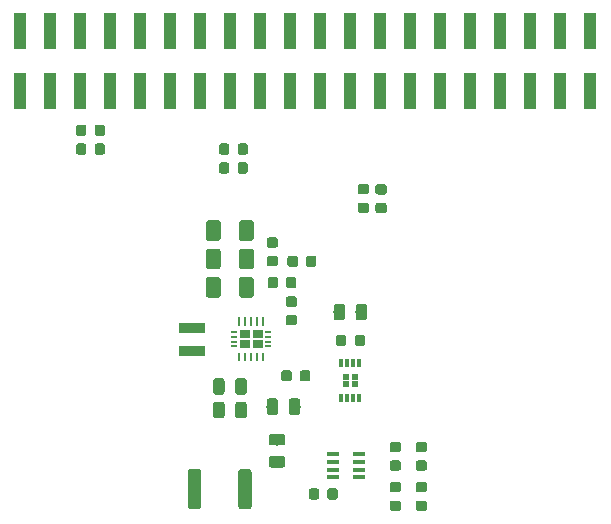
<source format=gtp>
G04 #@! TF.GenerationSoftware,KiCad,Pcbnew,(5.0.0)*
G04 #@! TF.CreationDate,2020-07-21T01:32:20+09:00*
G04 #@! TF.ProjectId,WioTerminal_M5Adapter,57696F5465726D696E616C5F4D354164,rev?*
G04 #@! TF.SameCoordinates,PX206cc80PYfe6f74f0*
G04 #@! TF.FileFunction,Paste,Top*
G04 #@! TF.FilePolarity,Positive*
%FSLAX46Y46*%
G04 Gerber Fmt 4.6, Leading zero omitted, Abs format (unit mm)*
G04 Created by KiCad (PCBNEW (5.0.0)) date 07/21/20 01:32:20*
%MOMM*%
%LPD*%
G01*
G04 APERTURE LIST*
%ADD10R,0.600000X0.150000*%
%ADD11O,0.230000X0.800000*%
%ADD12R,0.230000X0.230000*%
%ADD13R,0.900000X0.650000*%
%ADD14R,0.600000X0.230000*%
%ADD15C,0.100000*%
%ADD16C,0.975000*%
%ADD17C,0.875000*%
%ADD18C,1.250000*%
%ADD19R,1.060000X0.400000*%
%ADD20C,1.125000*%
%ADD21R,0.300000X0.750000*%
%ADD22R,0.600000X0.500000*%
%ADD23R,1.000000X3.150000*%
%ADD24R,2.300000X0.850000*%
G04 APERTURE END LIST*
D10*
G04 #@! TO.C,U2*
X-3175000Y-8900000D03*
X-3175000Y-7700000D03*
X-6025000Y-8900000D03*
X-6025000Y-7700000D03*
D11*
X-5600000Y-9775000D03*
X-5100000Y-9775000D03*
D12*
X-4600000Y-10060000D03*
D11*
X-4100000Y-9775000D03*
D12*
X-3600000Y-10060000D03*
D11*
X-3600000Y-6825000D03*
X-4100000Y-6825000D03*
D12*
X-4600000Y-6540000D03*
X-5100000Y-6540000D03*
X-5600000Y-6540000D03*
D10*
X-6025000Y-8500000D03*
X-6025000Y-8100000D03*
X-3175000Y-8500000D03*
X-3175000Y-8100000D03*
D12*
X-5600000Y-10060000D03*
X-5100000Y-10060000D03*
D11*
X-4600000Y-9775000D03*
D12*
X-4100000Y-10060000D03*
D11*
X-3600000Y-9775000D03*
D12*
X-3600000Y-6540000D03*
X-4100000Y-6540000D03*
D11*
X-4600000Y-6825000D03*
X-5100000Y-6825000D03*
X-5600000Y-6825000D03*
D13*
X-5160000Y-8735000D03*
X-4040000Y-7865000D03*
X-4040000Y-8735000D03*
X-5160000Y-7865000D03*
D14*
X-6025000Y-8900000D03*
X-6025000Y-8500000D03*
X-6025000Y-8100000D03*
X-6025000Y-7700000D03*
X-3175000Y-8900000D03*
X-3175000Y-8500000D03*
X-3175000Y-8100000D03*
X-3175000Y-7700000D03*
G04 #@! TD*
D15*
G04 #@! TO.C,C1*
G36*
X-5194858Y-13601174D02*
X-5171197Y-13604684D01*
X-5147993Y-13610496D01*
X-5125471Y-13618554D01*
X-5103847Y-13628782D01*
X-5083330Y-13641079D01*
X-5064117Y-13655329D01*
X-5046393Y-13671393D01*
X-5030329Y-13689117D01*
X-5016079Y-13708330D01*
X-5003782Y-13728847D01*
X-4993554Y-13750471D01*
X-4985496Y-13772993D01*
X-4979684Y-13796197D01*
X-4976174Y-13819858D01*
X-4975000Y-13843750D01*
X-4975000Y-14756250D01*
X-4976174Y-14780142D01*
X-4979684Y-14803803D01*
X-4985496Y-14827007D01*
X-4993554Y-14849529D01*
X-5003782Y-14871153D01*
X-5016079Y-14891670D01*
X-5030329Y-14910883D01*
X-5046393Y-14928607D01*
X-5064117Y-14944671D01*
X-5083330Y-14958921D01*
X-5103847Y-14971218D01*
X-5125471Y-14981446D01*
X-5147993Y-14989504D01*
X-5171197Y-14995316D01*
X-5194858Y-14998826D01*
X-5218750Y-15000000D01*
X-5706250Y-15000000D01*
X-5730142Y-14998826D01*
X-5753803Y-14995316D01*
X-5777007Y-14989504D01*
X-5799529Y-14981446D01*
X-5821153Y-14971218D01*
X-5841670Y-14958921D01*
X-5860883Y-14944671D01*
X-5878607Y-14928607D01*
X-5894671Y-14910883D01*
X-5908921Y-14891670D01*
X-5921218Y-14871153D01*
X-5931446Y-14849529D01*
X-5939504Y-14827007D01*
X-5945316Y-14803803D01*
X-5948826Y-14780142D01*
X-5950000Y-14756250D01*
X-5950000Y-13843750D01*
X-5948826Y-13819858D01*
X-5945316Y-13796197D01*
X-5939504Y-13772993D01*
X-5931446Y-13750471D01*
X-5921218Y-13728847D01*
X-5908921Y-13708330D01*
X-5894671Y-13689117D01*
X-5878607Y-13671393D01*
X-5860883Y-13655329D01*
X-5841670Y-13641079D01*
X-5821153Y-13628782D01*
X-5799529Y-13618554D01*
X-5777007Y-13610496D01*
X-5753803Y-13604684D01*
X-5730142Y-13601174D01*
X-5706250Y-13600000D01*
X-5218750Y-13600000D01*
X-5194858Y-13601174D01*
X-5194858Y-13601174D01*
G37*
D16*
X-5462500Y-14300000D03*
D15*
G36*
X-7069858Y-13601174D02*
X-7046197Y-13604684D01*
X-7022993Y-13610496D01*
X-7000471Y-13618554D01*
X-6978847Y-13628782D01*
X-6958330Y-13641079D01*
X-6939117Y-13655329D01*
X-6921393Y-13671393D01*
X-6905329Y-13689117D01*
X-6891079Y-13708330D01*
X-6878782Y-13728847D01*
X-6868554Y-13750471D01*
X-6860496Y-13772993D01*
X-6854684Y-13796197D01*
X-6851174Y-13819858D01*
X-6850000Y-13843750D01*
X-6850000Y-14756250D01*
X-6851174Y-14780142D01*
X-6854684Y-14803803D01*
X-6860496Y-14827007D01*
X-6868554Y-14849529D01*
X-6878782Y-14871153D01*
X-6891079Y-14891670D01*
X-6905329Y-14910883D01*
X-6921393Y-14928607D01*
X-6939117Y-14944671D01*
X-6958330Y-14958921D01*
X-6978847Y-14971218D01*
X-7000471Y-14981446D01*
X-7022993Y-14989504D01*
X-7046197Y-14995316D01*
X-7069858Y-14998826D01*
X-7093750Y-15000000D01*
X-7581250Y-15000000D01*
X-7605142Y-14998826D01*
X-7628803Y-14995316D01*
X-7652007Y-14989504D01*
X-7674529Y-14981446D01*
X-7696153Y-14971218D01*
X-7716670Y-14958921D01*
X-7735883Y-14944671D01*
X-7753607Y-14928607D01*
X-7769671Y-14910883D01*
X-7783921Y-14891670D01*
X-7796218Y-14871153D01*
X-7806446Y-14849529D01*
X-7814504Y-14827007D01*
X-7820316Y-14803803D01*
X-7823826Y-14780142D01*
X-7825000Y-14756250D01*
X-7825000Y-13843750D01*
X-7823826Y-13819858D01*
X-7820316Y-13796197D01*
X-7814504Y-13772993D01*
X-7806446Y-13750471D01*
X-7796218Y-13728847D01*
X-7783921Y-13708330D01*
X-7769671Y-13689117D01*
X-7753607Y-13671393D01*
X-7735883Y-13655329D01*
X-7716670Y-13641079D01*
X-7696153Y-13628782D01*
X-7674529Y-13618554D01*
X-7652007Y-13610496D01*
X-7628803Y-13604684D01*
X-7605142Y-13601174D01*
X-7581250Y-13600000D01*
X-7093750Y-13600000D01*
X-7069858Y-13601174D01*
X-7069858Y-13601174D01*
G37*
D16*
X-7337500Y-14300000D03*
G04 #@! TD*
D15*
G04 #@! TO.C,C2*
G36*
X2527691Y-20926053D02*
X2548926Y-20929203D01*
X2569750Y-20934419D01*
X2589962Y-20941651D01*
X2609368Y-20950830D01*
X2627781Y-20961866D01*
X2645024Y-20974654D01*
X2660930Y-20989070D01*
X2675346Y-21004976D01*
X2688134Y-21022219D01*
X2699170Y-21040632D01*
X2708349Y-21060038D01*
X2715581Y-21080250D01*
X2720797Y-21101074D01*
X2723947Y-21122309D01*
X2725000Y-21143750D01*
X2725000Y-21656250D01*
X2723947Y-21677691D01*
X2720797Y-21698926D01*
X2715581Y-21719750D01*
X2708349Y-21739962D01*
X2699170Y-21759368D01*
X2688134Y-21777781D01*
X2675346Y-21795024D01*
X2660930Y-21810930D01*
X2645024Y-21825346D01*
X2627781Y-21838134D01*
X2609368Y-21849170D01*
X2589962Y-21858349D01*
X2569750Y-21865581D01*
X2548926Y-21870797D01*
X2527691Y-21873947D01*
X2506250Y-21875000D01*
X2068750Y-21875000D01*
X2047309Y-21873947D01*
X2026074Y-21870797D01*
X2005250Y-21865581D01*
X1985038Y-21858349D01*
X1965632Y-21849170D01*
X1947219Y-21838134D01*
X1929976Y-21825346D01*
X1914070Y-21810930D01*
X1899654Y-21795024D01*
X1886866Y-21777781D01*
X1875830Y-21759368D01*
X1866651Y-21739962D01*
X1859419Y-21719750D01*
X1854203Y-21698926D01*
X1851053Y-21677691D01*
X1850000Y-21656250D01*
X1850000Y-21143750D01*
X1851053Y-21122309D01*
X1854203Y-21101074D01*
X1859419Y-21080250D01*
X1866651Y-21060038D01*
X1875830Y-21040632D01*
X1886866Y-21022219D01*
X1899654Y-21004976D01*
X1914070Y-20989070D01*
X1929976Y-20974654D01*
X1947219Y-20961866D01*
X1965632Y-20950830D01*
X1985038Y-20941651D01*
X2005250Y-20934419D01*
X2026074Y-20929203D01*
X2047309Y-20926053D01*
X2068750Y-20925000D01*
X2506250Y-20925000D01*
X2527691Y-20926053D01*
X2527691Y-20926053D01*
G37*
D17*
X2287500Y-21400000D03*
D15*
G36*
X952691Y-20926053D02*
X973926Y-20929203D01*
X994750Y-20934419D01*
X1014962Y-20941651D01*
X1034368Y-20950830D01*
X1052781Y-20961866D01*
X1070024Y-20974654D01*
X1085930Y-20989070D01*
X1100346Y-21004976D01*
X1113134Y-21022219D01*
X1124170Y-21040632D01*
X1133349Y-21060038D01*
X1140581Y-21080250D01*
X1145797Y-21101074D01*
X1148947Y-21122309D01*
X1150000Y-21143750D01*
X1150000Y-21656250D01*
X1148947Y-21677691D01*
X1145797Y-21698926D01*
X1140581Y-21719750D01*
X1133349Y-21739962D01*
X1124170Y-21759368D01*
X1113134Y-21777781D01*
X1100346Y-21795024D01*
X1085930Y-21810930D01*
X1070024Y-21825346D01*
X1052781Y-21838134D01*
X1034368Y-21849170D01*
X1014962Y-21858349D01*
X994750Y-21865581D01*
X973926Y-21870797D01*
X952691Y-21873947D01*
X931250Y-21875000D01*
X493750Y-21875000D01*
X472309Y-21873947D01*
X451074Y-21870797D01*
X430250Y-21865581D01*
X410038Y-21858349D01*
X390632Y-21849170D01*
X372219Y-21838134D01*
X354976Y-21825346D01*
X339070Y-21810930D01*
X324654Y-21795024D01*
X311866Y-21777781D01*
X300830Y-21759368D01*
X291651Y-21739962D01*
X284419Y-21719750D01*
X279203Y-21698926D01*
X276053Y-21677691D01*
X275000Y-21656250D01*
X275000Y-21143750D01*
X276053Y-21122309D01*
X279203Y-21101074D01*
X284419Y-21080250D01*
X291651Y-21060038D01*
X300830Y-21040632D01*
X311866Y-21022219D01*
X324654Y-21004976D01*
X339070Y-20989070D01*
X354976Y-20974654D01*
X372219Y-20961866D01*
X390632Y-20950830D01*
X410038Y-20941651D01*
X430250Y-20934419D01*
X451074Y-20929203D01*
X472309Y-20926053D01*
X493750Y-20925000D01*
X931250Y-20925000D01*
X952691Y-20926053D01*
X952691Y-20926053D01*
G37*
D17*
X712500Y-21400000D03*
G04 #@! TD*
D15*
G04 #@! TO.C,C3*
G36*
X-7069858Y-11601174D02*
X-7046197Y-11604684D01*
X-7022993Y-11610496D01*
X-7000471Y-11618554D01*
X-6978847Y-11628782D01*
X-6958330Y-11641079D01*
X-6939117Y-11655329D01*
X-6921393Y-11671393D01*
X-6905329Y-11689117D01*
X-6891079Y-11708330D01*
X-6878782Y-11728847D01*
X-6868554Y-11750471D01*
X-6860496Y-11772993D01*
X-6854684Y-11796197D01*
X-6851174Y-11819858D01*
X-6850000Y-11843750D01*
X-6850000Y-12756250D01*
X-6851174Y-12780142D01*
X-6854684Y-12803803D01*
X-6860496Y-12827007D01*
X-6868554Y-12849529D01*
X-6878782Y-12871153D01*
X-6891079Y-12891670D01*
X-6905329Y-12910883D01*
X-6921393Y-12928607D01*
X-6939117Y-12944671D01*
X-6958330Y-12958921D01*
X-6978847Y-12971218D01*
X-7000471Y-12981446D01*
X-7022993Y-12989504D01*
X-7046197Y-12995316D01*
X-7069858Y-12998826D01*
X-7093750Y-13000000D01*
X-7581250Y-13000000D01*
X-7605142Y-12998826D01*
X-7628803Y-12995316D01*
X-7652007Y-12989504D01*
X-7674529Y-12981446D01*
X-7696153Y-12971218D01*
X-7716670Y-12958921D01*
X-7735883Y-12944671D01*
X-7753607Y-12928607D01*
X-7769671Y-12910883D01*
X-7783921Y-12891670D01*
X-7796218Y-12871153D01*
X-7806446Y-12849529D01*
X-7814504Y-12827007D01*
X-7820316Y-12803803D01*
X-7823826Y-12780142D01*
X-7825000Y-12756250D01*
X-7825000Y-11843750D01*
X-7823826Y-11819858D01*
X-7820316Y-11796197D01*
X-7814504Y-11772993D01*
X-7806446Y-11750471D01*
X-7796218Y-11728847D01*
X-7783921Y-11708330D01*
X-7769671Y-11689117D01*
X-7753607Y-11671393D01*
X-7735883Y-11655329D01*
X-7716670Y-11641079D01*
X-7696153Y-11628782D01*
X-7674529Y-11618554D01*
X-7652007Y-11610496D01*
X-7628803Y-11604684D01*
X-7605142Y-11601174D01*
X-7581250Y-11600000D01*
X-7093750Y-11600000D01*
X-7069858Y-11601174D01*
X-7069858Y-11601174D01*
G37*
D16*
X-7337500Y-12300000D03*
D15*
G36*
X-5194858Y-11601174D02*
X-5171197Y-11604684D01*
X-5147993Y-11610496D01*
X-5125471Y-11618554D01*
X-5103847Y-11628782D01*
X-5083330Y-11641079D01*
X-5064117Y-11655329D01*
X-5046393Y-11671393D01*
X-5030329Y-11689117D01*
X-5016079Y-11708330D01*
X-5003782Y-11728847D01*
X-4993554Y-11750471D01*
X-4985496Y-11772993D01*
X-4979684Y-11796197D01*
X-4976174Y-11819858D01*
X-4975000Y-11843750D01*
X-4975000Y-12756250D01*
X-4976174Y-12780142D01*
X-4979684Y-12803803D01*
X-4985496Y-12827007D01*
X-4993554Y-12849529D01*
X-5003782Y-12871153D01*
X-5016079Y-12891670D01*
X-5030329Y-12910883D01*
X-5046393Y-12928607D01*
X-5064117Y-12944671D01*
X-5083330Y-12958921D01*
X-5103847Y-12971218D01*
X-5125471Y-12981446D01*
X-5147993Y-12989504D01*
X-5171197Y-12995316D01*
X-5194858Y-12998826D01*
X-5218750Y-13000000D01*
X-5706250Y-13000000D01*
X-5730142Y-12998826D01*
X-5753803Y-12995316D01*
X-5777007Y-12989504D01*
X-5799529Y-12981446D01*
X-5821153Y-12971218D01*
X-5841670Y-12958921D01*
X-5860883Y-12944671D01*
X-5878607Y-12928607D01*
X-5894671Y-12910883D01*
X-5908921Y-12891670D01*
X-5921218Y-12871153D01*
X-5931446Y-12849529D01*
X-5939504Y-12827007D01*
X-5945316Y-12803803D01*
X-5948826Y-12780142D01*
X-5950000Y-12756250D01*
X-5950000Y-11843750D01*
X-5948826Y-11819858D01*
X-5945316Y-11796197D01*
X-5939504Y-11772993D01*
X-5931446Y-11750471D01*
X-5921218Y-11728847D01*
X-5908921Y-11708330D01*
X-5894671Y-11689117D01*
X-5878607Y-11671393D01*
X-5860883Y-11655329D01*
X-5841670Y-11641079D01*
X-5821153Y-11628782D01*
X-5799529Y-11618554D01*
X-5777007Y-11610496D01*
X-5753803Y-11604684D01*
X-5730142Y-11601174D01*
X-5706250Y-11600000D01*
X-5218750Y-11600000D01*
X-5194858Y-11601174D01*
X-5194858Y-11601174D01*
G37*
D16*
X-5462500Y-12300000D03*
G04 #@! TD*
D15*
G04 #@! TO.C,C4*
G36*
X3130142Y-5301174D02*
X3153803Y-5304684D01*
X3177007Y-5310496D01*
X3199529Y-5318554D01*
X3221153Y-5328782D01*
X3241670Y-5341079D01*
X3260883Y-5355329D01*
X3278607Y-5371393D01*
X3294671Y-5389117D01*
X3308921Y-5408330D01*
X3321218Y-5428847D01*
X3331446Y-5450471D01*
X3339504Y-5472993D01*
X3345316Y-5496197D01*
X3348826Y-5519858D01*
X3350000Y-5543750D01*
X3350000Y-6456250D01*
X3348826Y-6480142D01*
X3345316Y-6503803D01*
X3339504Y-6527007D01*
X3331446Y-6549529D01*
X3321218Y-6571153D01*
X3308921Y-6591670D01*
X3294671Y-6610883D01*
X3278607Y-6628607D01*
X3260883Y-6644671D01*
X3241670Y-6658921D01*
X3221153Y-6671218D01*
X3199529Y-6681446D01*
X3177007Y-6689504D01*
X3153803Y-6695316D01*
X3130142Y-6698826D01*
X3106250Y-6700000D01*
X2618750Y-6700000D01*
X2594858Y-6698826D01*
X2571197Y-6695316D01*
X2547993Y-6689504D01*
X2525471Y-6681446D01*
X2503847Y-6671218D01*
X2483330Y-6658921D01*
X2464117Y-6644671D01*
X2446393Y-6628607D01*
X2430329Y-6610883D01*
X2416079Y-6591670D01*
X2403782Y-6571153D01*
X2393554Y-6549529D01*
X2385496Y-6527007D01*
X2379684Y-6503803D01*
X2376174Y-6480142D01*
X2375000Y-6456250D01*
X2375000Y-5543750D01*
X2376174Y-5519858D01*
X2379684Y-5496197D01*
X2385496Y-5472993D01*
X2393554Y-5450471D01*
X2403782Y-5428847D01*
X2416079Y-5408330D01*
X2430329Y-5389117D01*
X2446393Y-5371393D01*
X2464117Y-5355329D01*
X2483330Y-5341079D01*
X2503847Y-5328782D01*
X2525471Y-5318554D01*
X2547993Y-5310496D01*
X2571197Y-5304684D01*
X2594858Y-5301174D01*
X2618750Y-5300000D01*
X3106250Y-5300000D01*
X3130142Y-5301174D01*
X3130142Y-5301174D01*
G37*
D16*
X2862500Y-6000000D03*
D15*
G36*
X5005142Y-5301174D02*
X5028803Y-5304684D01*
X5052007Y-5310496D01*
X5074529Y-5318554D01*
X5096153Y-5328782D01*
X5116670Y-5341079D01*
X5135883Y-5355329D01*
X5153607Y-5371393D01*
X5169671Y-5389117D01*
X5183921Y-5408330D01*
X5196218Y-5428847D01*
X5206446Y-5450471D01*
X5214504Y-5472993D01*
X5220316Y-5496197D01*
X5223826Y-5519858D01*
X5225000Y-5543750D01*
X5225000Y-6456250D01*
X5223826Y-6480142D01*
X5220316Y-6503803D01*
X5214504Y-6527007D01*
X5206446Y-6549529D01*
X5196218Y-6571153D01*
X5183921Y-6591670D01*
X5169671Y-6610883D01*
X5153607Y-6628607D01*
X5135883Y-6644671D01*
X5116670Y-6658921D01*
X5096153Y-6671218D01*
X5074529Y-6681446D01*
X5052007Y-6689504D01*
X5028803Y-6695316D01*
X5005142Y-6698826D01*
X4981250Y-6700000D01*
X4493750Y-6700000D01*
X4469858Y-6698826D01*
X4446197Y-6695316D01*
X4422993Y-6689504D01*
X4400471Y-6681446D01*
X4378847Y-6671218D01*
X4358330Y-6658921D01*
X4339117Y-6644671D01*
X4321393Y-6628607D01*
X4305329Y-6610883D01*
X4291079Y-6591670D01*
X4278782Y-6571153D01*
X4268554Y-6549529D01*
X4260496Y-6527007D01*
X4254684Y-6503803D01*
X4251174Y-6480142D01*
X4250000Y-6456250D01*
X4250000Y-5543750D01*
X4251174Y-5519858D01*
X4254684Y-5496197D01*
X4260496Y-5472993D01*
X4268554Y-5450471D01*
X4278782Y-5428847D01*
X4291079Y-5408330D01*
X4305329Y-5389117D01*
X4321393Y-5371393D01*
X4339117Y-5355329D01*
X4358330Y-5341079D01*
X4378847Y-5328782D01*
X4400471Y-5318554D01*
X4422993Y-5310496D01*
X4446197Y-5304684D01*
X4469858Y-5301174D01*
X4493750Y-5300000D01*
X4981250Y-5300000D01*
X5005142Y-5301174D01*
X5005142Y-5301174D01*
G37*
D16*
X4737500Y-6000000D03*
G04 #@! TD*
D15*
G04 #@! TO.C,C5*
G36*
X-922309Y-4676053D02*
X-901074Y-4679203D01*
X-880250Y-4684419D01*
X-860038Y-4691651D01*
X-840632Y-4700830D01*
X-822219Y-4711866D01*
X-804976Y-4724654D01*
X-789070Y-4739070D01*
X-774654Y-4754976D01*
X-761866Y-4772219D01*
X-750830Y-4790632D01*
X-741651Y-4810038D01*
X-734419Y-4830250D01*
X-729203Y-4851074D01*
X-726053Y-4872309D01*
X-725000Y-4893750D01*
X-725000Y-5331250D01*
X-726053Y-5352691D01*
X-729203Y-5373926D01*
X-734419Y-5394750D01*
X-741651Y-5414962D01*
X-750830Y-5434368D01*
X-761866Y-5452781D01*
X-774654Y-5470024D01*
X-789070Y-5485930D01*
X-804976Y-5500346D01*
X-822219Y-5513134D01*
X-840632Y-5524170D01*
X-860038Y-5533349D01*
X-880250Y-5540581D01*
X-901074Y-5545797D01*
X-922309Y-5548947D01*
X-943750Y-5550000D01*
X-1456250Y-5550000D01*
X-1477691Y-5548947D01*
X-1498926Y-5545797D01*
X-1519750Y-5540581D01*
X-1539962Y-5533349D01*
X-1559368Y-5524170D01*
X-1577781Y-5513134D01*
X-1595024Y-5500346D01*
X-1610930Y-5485930D01*
X-1625346Y-5470024D01*
X-1638134Y-5452781D01*
X-1649170Y-5434368D01*
X-1658349Y-5414962D01*
X-1665581Y-5394750D01*
X-1670797Y-5373926D01*
X-1673947Y-5352691D01*
X-1675000Y-5331250D01*
X-1675000Y-4893750D01*
X-1673947Y-4872309D01*
X-1670797Y-4851074D01*
X-1665581Y-4830250D01*
X-1658349Y-4810038D01*
X-1649170Y-4790632D01*
X-1638134Y-4772219D01*
X-1625346Y-4754976D01*
X-1610930Y-4739070D01*
X-1595024Y-4724654D01*
X-1577781Y-4711866D01*
X-1559368Y-4700830D01*
X-1539962Y-4691651D01*
X-1519750Y-4684419D01*
X-1498926Y-4679203D01*
X-1477691Y-4676053D01*
X-1456250Y-4675000D01*
X-943750Y-4675000D01*
X-922309Y-4676053D01*
X-922309Y-4676053D01*
G37*
D17*
X-1200000Y-5112500D03*
D15*
G36*
X-922309Y-6251053D02*
X-901074Y-6254203D01*
X-880250Y-6259419D01*
X-860038Y-6266651D01*
X-840632Y-6275830D01*
X-822219Y-6286866D01*
X-804976Y-6299654D01*
X-789070Y-6314070D01*
X-774654Y-6329976D01*
X-761866Y-6347219D01*
X-750830Y-6365632D01*
X-741651Y-6385038D01*
X-734419Y-6405250D01*
X-729203Y-6426074D01*
X-726053Y-6447309D01*
X-725000Y-6468750D01*
X-725000Y-6906250D01*
X-726053Y-6927691D01*
X-729203Y-6948926D01*
X-734419Y-6969750D01*
X-741651Y-6989962D01*
X-750830Y-7009368D01*
X-761866Y-7027781D01*
X-774654Y-7045024D01*
X-789070Y-7060930D01*
X-804976Y-7075346D01*
X-822219Y-7088134D01*
X-840632Y-7099170D01*
X-860038Y-7108349D01*
X-880250Y-7115581D01*
X-901074Y-7120797D01*
X-922309Y-7123947D01*
X-943750Y-7125000D01*
X-1456250Y-7125000D01*
X-1477691Y-7123947D01*
X-1498926Y-7120797D01*
X-1519750Y-7115581D01*
X-1539962Y-7108349D01*
X-1559368Y-7099170D01*
X-1577781Y-7088134D01*
X-1595024Y-7075346D01*
X-1610930Y-7060930D01*
X-1625346Y-7045024D01*
X-1638134Y-7027781D01*
X-1649170Y-7009368D01*
X-1658349Y-6989962D01*
X-1665581Y-6969750D01*
X-1670797Y-6948926D01*
X-1673947Y-6927691D01*
X-1675000Y-6906250D01*
X-1675000Y-6468750D01*
X-1673947Y-6447309D01*
X-1670797Y-6426074D01*
X-1665581Y-6405250D01*
X-1658349Y-6385038D01*
X-1649170Y-6365632D01*
X-1638134Y-6347219D01*
X-1625346Y-6329976D01*
X-1610930Y-6314070D01*
X-1595024Y-6299654D01*
X-1577781Y-6286866D01*
X-1559368Y-6275830D01*
X-1539962Y-6266651D01*
X-1519750Y-6259419D01*
X-1498926Y-6254203D01*
X-1477691Y-6251053D01*
X-1456250Y-6250000D01*
X-943750Y-6250000D01*
X-922309Y-6251053D01*
X-922309Y-6251053D01*
G37*
D17*
X-1200000Y-6687500D03*
G04 #@! TD*
D15*
G04 #@! TO.C,C6*
G36*
X727691Y-1226053D02*
X748926Y-1229203D01*
X769750Y-1234419D01*
X789962Y-1241651D01*
X809368Y-1250830D01*
X827781Y-1261866D01*
X845024Y-1274654D01*
X860930Y-1289070D01*
X875346Y-1304976D01*
X888134Y-1322219D01*
X899170Y-1340632D01*
X908349Y-1360038D01*
X915581Y-1380250D01*
X920797Y-1401074D01*
X923947Y-1422309D01*
X925000Y-1443750D01*
X925000Y-1956250D01*
X923947Y-1977691D01*
X920797Y-1998926D01*
X915581Y-2019750D01*
X908349Y-2039962D01*
X899170Y-2059368D01*
X888134Y-2077781D01*
X875346Y-2095024D01*
X860930Y-2110930D01*
X845024Y-2125346D01*
X827781Y-2138134D01*
X809368Y-2149170D01*
X789962Y-2158349D01*
X769750Y-2165581D01*
X748926Y-2170797D01*
X727691Y-2173947D01*
X706250Y-2175000D01*
X268750Y-2175000D01*
X247309Y-2173947D01*
X226074Y-2170797D01*
X205250Y-2165581D01*
X185038Y-2158349D01*
X165632Y-2149170D01*
X147219Y-2138134D01*
X129976Y-2125346D01*
X114070Y-2110930D01*
X99654Y-2095024D01*
X86866Y-2077781D01*
X75830Y-2059368D01*
X66651Y-2039962D01*
X59419Y-2019750D01*
X54203Y-1998926D01*
X51053Y-1977691D01*
X50000Y-1956250D01*
X50000Y-1443750D01*
X51053Y-1422309D01*
X54203Y-1401074D01*
X59419Y-1380250D01*
X66651Y-1360038D01*
X75830Y-1340632D01*
X86866Y-1322219D01*
X99654Y-1304976D01*
X114070Y-1289070D01*
X129976Y-1274654D01*
X147219Y-1261866D01*
X165632Y-1250830D01*
X185038Y-1241651D01*
X205250Y-1234419D01*
X226074Y-1229203D01*
X247309Y-1226053D01*
X268750Y-1225000D01*
X706250Y-1225000D01*
X727691Y-1226053D01*
X727691Y-1226053D01*
G37*
D17*
X487500Y-1700000D03*
D15*
G36*
X-847309Y-1226053D02*
X-826074Y-1229203D01*
X-805250Y-1234419D01*
X-785038Y-1241651D01*
X-765632Y-1250830D01*
X-747219Y-1261866D01*
X-729976Y-1274654D01*
X-714070Y-1289070D01*
X-699654Y-1304976D01*
X-686866Y-1322219D01*
X-675830Y-1340632D01*
X-666651Y-1360038D01*
X-659419Y-1380250D01*
X-654203Y-1401074D01*
X-651053Y-1422309D01*
X-650000Y-1443750D01*
X-650000Y-1956250D01*
X-651053Y-1977691D01*
X-654203Y-1998926D01*
X-659419Y-2019750D01*
X-666651Y-2039962D01*
X-675830Y-2059368D01*
X-686866Y-2077781D01*
X-699654Y-2095024D01*
X-714070Y-2110930D01*
X-729976Y-2125346D01*
X-747219Y-2138134D01*
X-765632Y-2149170D01*
X-785038Y-2158349D01*
X-805250Y-2165581D01*
X-826074Y-2170797D01*
X-847309Y-2173947D01*
X-868750Y-2175000D01*
X-1306250Y-2175000D01*
X-1327691Y-2173947D01*
X-1348926Y-2170797D01*
X-1369750Y-2165581D01*
X-1389962Y-2158349D01*
X-1409368Y-2149170D01*
X-1427781Y-2138134D01*
X-1445024Y-2125346D01*
X-1460930Y-2110930D01*
X-1475346Y-2095024D01*
X-1488134Y-2077781D01*
X-1499170Y-2059368D01*
X-1508349Y-2039962D01*
X-1515581Y-2019750D01*
X-1520797Y-1998926D01*
X-1523947Y-1977691D01*
X-1525000Y-1956250D01*
X-1525000Y-1443750D01*
X-1523947Y-1422309D01*
X-1520797Y-1401074D01*
X-1515581Y-1380250D01*
X-1508349Y-1360038D01*
X-1499170Y-1340632D01*
X-1488134Y-1322219D01*
X-1475346Y-1304976D01*
X-1460930Y-1289070D01*
X-1445024Y-1274654D01*
X-1427781Y-1261866D01*
X-1409368Y-1250830D01*
X-1389962Y-1241651D01*
X-1369750Y-1234419D01*
X-1348926Y-1229203D01*
X-1327691Y-1226053D01*
X-1306250Y-1225000D01*
X-868750Y-1225000D01*
X-847309Y-1226053D01*
X-847309Y-1226053D01*
G37*
D17*
X-1087500Y-1700000D03*
G04 #@! TD*
D15*
G04 #@! TO.C,C7*
G36*
X-4600496Y-3026204D02*
X-4576227Y-3029804D01*
X-4552429Y-3035765D01*
X-4529329Y-3044030D01*
X-4507151Y-3054520D01*
X-4486107Y-3067133D01*
X-4466402Y-3081747D01*
X-4448223Y-3098223D01*
X-4431747Y-3116402D01*
X-4417133Y-3136107D01*
X-4404520Y-3157151D01*
X-4394030Y-3179329D01*
X-4385765Y-3202429D01*
X-4379804Y-3226227D01*
X-4376204Y-3250496D01*
X-4375000Y-3275000D01*
X-4375000Y-4525000D01*
X-4376204Y-4549504D01*
X-4379804Y-4573773D01*
X-4385765Y-4597571D01*
X-4394030Y-4620671D01*
X-4404520Y-4642849D01*
X-4417133Y-4663893D01*
X-4431747Y-4683598D01*
X-4448223Y-4701777D01*
X-4466402Y-4718253D01*
X-4486107Y-4732867D01*
X-4507151Y-4745480D01*
X-4529329Y-4755970D01*
X-4552429Y-4764235D01*
X-4576227Y-4770196D01*
X-4600496Y-4773796D01*
X-4625000Y-4775000D01*
X-5375000Y-4775000D01*
X-5399504Y-4773796D01*
X-5423773Y-4770196D01*
X-5447571Y-4764235D01*
X-5470671Y-4755970D01*
X-5492849Y-4745480D01*
X-5513893Y-4732867D01*
X-5533598Y-4718253D01*
X-5551777Y-4701777D01*
X-5568253Y-4683598D01*
X-5582867Y-4663893D01*
X-5595480Y-4642849D01*
X-5605970Y-4620671D01*
X-5614235Y-4597571D01*
X-5620196Y-4573773D01*
X-5623796Y-4549504D01*
X-5625000Y-4525000D01*
X-5625000Y-3275000D01*
X-5623796Y-3250496D01*
X-5620196Y-3226227D01*
X-5614235Y-3202429D01*
X-5605970Y-3179329D01*
X-5595480Y-3157151D01*
X-5582867Y-3136107D01*
X-5568253Y-3116402D01*
X-5551777Y-3098223D01*
X-5533598Y-3081747D01*
X-5513893Y-3067133D01*
X-5492849Y-3054520D01*
X-5470671Y-3044030D01*
X-5447571Y-3035765D01*
X-5423773Y-3029804D01*
X-5399504Y-3026204D01*
X-5375000Y-3025000D01*
X-4625000Y-3025000D01*
X-4600496Y-3026204D01*
X-4600496Y-3026204D01*
G37*
D18*
X-5000000Y-3900000D03*
D15*
G36*
X-7400496Y-3026204D02*
X-7376227Y-3029804D01*
X-7352429Y-3035765D01*
X-7329329Y-3044030D01*
X-7307151Y-3054520D01*
X-7286107Y-3067133D01*
X-7266402Y-3081747D01*
X-7248223Y-3098223D01*
X-7231747Y-3116402D01*
X-7217133Y-3136107D01*
X-7204520Y-3157151D01*
X-7194030Y-3179329D01*
X-7185765Y-3202429D01*
X-7179804Y-3226227D01*
X-7176204Y-3250496D01*
X-7175000Y-3275000D01*
X-7175000Y-4525000D01*
X-7176204Y-4549504D01*
X-7179804Y-4573773D01*
X-7185765Y-4597571D01*
X-7194030Y-4620671D01*
X-7204520Y-4642849D01*
X-7217133Y-4663893D01*
X-7231747Y-4683598D01*
X-7248223Y-4701777D01*
X-7266402Y-4718253D01*
X-7286107Y-4732867D01*
X-7307151Y-4745480D01*
X-7329329Y-4755970D01*
X-7352429Y-4764235D01*
X-7376227Y-4770196D01*
X-7400496Y-4773796D01*
X-7425000Y-4775000D01*
X-8175000Y-4775000D01*
X-8199504Y-4773796D01*
X-8223773Y-4770196D01*
X-8247571Y-4764235D01*
X-8270671Y-4755970D01*
X-8292849Y-4745480D01*
X-8313893Y-4732867D01*
X-8333598Y-4718253D01*
X-8351777Y-4701777D01*
X-8368253Y-4683598D01*
X-8382867Y-4663893D01*
X-8395480Y-4642849D01*
X-8405970Y-4620671D01*
X-8414235Y-4597571D01*
X-8420196Y-4573773D01*
X-8423796Y-4549504D01*
X-8425000Y-4525000D01*
X-8425000Y-3275000D01*
X-8423796Y-3250496D01*
X-8420196Y-3226227D01*
X-8414235Y-3202429D01*
X-8405970Y-3179329D01*
X-8395480Y-3157151D01*
X-8382867Y-3136107D01*
X-8368253Y-3116402D01*
X-8351777Y-3098223D01*
X-8333598Y-3081747D01*
X-8313893Y-3067133D01*
X-8292849Y-3054520D01*
X-8270671Y-3044030D01*
X-8247571Y-3035765D01*
X-8223773Y-3029804D01*
X-8199504Y-3026204D01*
X-8175000Y-3025000D01*
X-7425000Y-3025000D01*
X-7400496Y-3026204D01*
X-7400496Y-3026204D01*
G37*
D18*
X-7800000Y-3900000D03*
G04 #@! TD*
D15*
G04 #@! TO.C,C8*
G36*
X-7400496Y-626204D02*
X-7376227Y-629804D01*
X-7352429Y-635765D01*
X-7329329Y-644030D01*
X-7307151Y-654520D01*
X-7286107Y-667133D01*
X-7266402Y-681747D01*
X-7248223Y-698223D01*
X-7231747Y-716402D01*
X-7217133Y-736107D01*
X-7204520Y-757151D01*
X-7194030Y-779329D01*
X-7185765Y-802429D01*
X-7179804Y-826227D01*
X-7176204Y-850496D01*
X-7175000Y-875000D01*
X-7175000Y-2125000D01*
X-7176204Y-2149504D01*
X-7179804Y-2173773D01*
X-7185765Y-2197571D01*
X-7194030Y-2220671D01*
X-7204520Y-2242849D01*
X-7217133Y-2263893D01*
X-7231747Y-2283598D01*
X-7248223Y-2301777D01*
X-7266402Y-2318253D01*
X-7286107Y-2332867D01*
X-7307151Y-2345480D01*
X-7329329Y-2355970D01*
X-7352429Y-2364235D01*
X-7376227Y-2370196D01*
X-7400496Y-2373796D01*
X-7425000Y-2375000D01*
X-8175000Y-2375000D01*
X-8199504Y-2373796D01*
X-8223773Y-2370196D01*
X-8247571Y-2364235D01*
X-8270671Y-2355970D01*
X-8292849Y-2345480D01*
X-8313893Y-2332867D01*
X-8333598Y-2318253D01*
X-8351777Y-2301777D01*
X-8368253Y-2283598D01*
X-8382867Y-2263893D01*
X-8395480Y-2242849D01*
X-8405970Y-2220671D01*
X-8414235Y-2197571D01*
X-8420196Y-2173773D01*
X-8423796Y-2149504D01*
X-8425000Y-2125000D01*
X-8425000Y-875000D01*
X-8423796Y-850496D01*
X-8420196Y-826227D01*
X-8414235Y-802429D01*
X-8405970Y-779329D01*
X-8395480Y-757151D01*
X-8382867Y-736107D01*
X-8368253Y-716402D01*
X-8351777Y-698223D01*
X-8333598Y-681747D01*
X-8313893Y-667133D01*
X-8292849Y-654520D01*
X-8270671Y-644030D01*
X-8247571Y-635765D01*
X-8223773Y-629804D01*
X-8199504Y-626204D01*
X-8175000Y-625000D01*
X-7425000Y-625000D01*
X-7400496Y-626204D01*
X-7400496Y-626204D01*
G37*
D18*
X-7800000Y-1500000D03*
D15*
G36*
X-4600496Y-626204D02*
X-4576227Y-629804D01*
X-4552429Y-635765D01*
X-4529329Y-644030D01*
X-4507151Y-654520D01*
X-4486107Y-667133D01*
X-4466402Y-681747D01*
X-4448223Y-698223D01*
X-4431747Y-716402D01*
X-4417133Y-736107D01*
X-4404520Y-757151D01*
X-4394030Y-779329D01*
X-4385765Y-802429D01*
X-4379804Y-826227D01*
X-4376204Y-850496D01*
X-4375000Y-875000D01*
X-4375000Y-2125000D01*
X-4376204Y-2149504D01*
X-4379804Y-2173773D01*
X-4385765Y-2197571D01*
X-4394030Y-2220671D01*
X-4404520Y-2242849D01*
X-4417133Y-2263893D01*
X-4431747Y-2283598D01*
X-4448223Y-2301777D01*
X-4466402Y-2318253D01*
X-4486107Y-2332867D01*
X-4507151Y-2345480D01*
X-4529329Y-2355970D01*
X-4552429Y-2364235D01*
X-4576227Y-2370196D01*
X-4600496Y-2373796D01*
X-4625000Y-2375000D01*
X-5375000Y-2375000D01*
X-5399504Y-2373796D01*
X-5423773Y-2370196D01*
X-5447571Y-2364235D01*
X-5470671Y-2355970D01*
X-5492849Y-2345480D01*
X-5513893Y-2332867D01*
X-5533598Y-2318253D01*
X-5551777Y-2301777D01*
X-5568253Y-2283598D01*
X-5582867Y-2263893D01*
X-5595480Y-2242849D01*
X-5605970Y-2220671D01*
X-5614235Y-2197571D01*
X-5620196Y-2173773D01*
X-5623796Y-2149504D01*
X-5625000Y-2125000D01*
X-5625000Y-875000D01*
X-5623796Y-850496D01*
X-5620196Y-826227D01*
X-5614235Y-802429D01*
X-5605970Y-779329D01*
X-5595480Y-757151D01*
X-5582867Y-736107D01*
X-5568253Y-716402D01*
X-5551777Y-698223D01*
X-5533598Y-681747D01*
X-5513893Y-667133D01*
X-5492849Y-654520D01*
X-5470671Y-644030D01*
X-5447571Y-635765D01*
X-5423773Y-629804D01*
X-5399504Y-626204D01*
X-5375000Y-625000D01*
X-4625000Y-625000D01*
X-4600496Y-626204D01*
X-4600496Y-626204D01*
G37*
D18*
X-5000000Y-1500000D03*
G04 #@! TD*
D15*
G04 #@! TO.C,C9*
G36*
X-4600496Y1773796D02*
X-4576227Y1770196D01*
X-4552429Y1764235D01*
X-4529329Y1755970D01*
X-4507151Y1745480D01*
X-4486107Y1732867D01*
X-4466402Y1718253D01*
X-4448223Y1701777D01*
X-4431747Y1683598D01*
X-4417133Y1663893D01*
X-4404520Y1642849D01*
X-4394030Y1620671D01*
X-4385765Y1597571D01*
X-4379804Y1573773D01*
X-4376204Y1549504D01*
X-4375000Y1525000D01*
X-4375000Y275000D01*
X-4376204Y250496D01*
X-4379804Y226227D01*
X-4385765Y202429D01*
X-4394030Y179329D01*
X-4404520Y157151D01*
X-4417133Y136107D01*
X-4431747Y116402D01*
X-4448223Y98223D01*
X-4466402Y81747D01*
X-4486107Y67133D01*
X-4507151Y54520D01*
X-4529329Y44030D01*
X-4552429Y35765D01*
X-4576227Y29804D01*
X-4600496Y26204D01*
X-4625000Y25000D01*
X-5375000Y25000D01*
X-5399504Y26204D01*
X-5423773Y29804D01*
X-5447571Y35765D01*
X-5470671Y44030D01*
X-5492849Y54520D01*
X-5513893Y67133D01*
X-5533598Y81747D01*
X-5551777Y98223D01*
X-5568253Y116402D01*
X-5582867Y136107D01*
X-5595480Y157151D01*
X-5605970Y179329D01*
X-5614235Y202429D01*
X-5620196Y226227D01*
X-5623796Y250496D01*
X-5625000Y275000D01*
X-5625000Y1525000D01*
X-5623796Y1549504D01*
X-5620196Y1573773D01*
X-5614235Y1597571D01*
X-5605970Y1620671D01*
X-5595480Y1642849D01*
X-5582867Y1663893D01*
X-5568253Y1683598D01*
X-5551777Y1701777D01*
X-5533598Y1718253D01*
X-5513893Y1732867D01*
X-5492849Y1745480D01*
X-5470671Y1755970D01*
X-5447571Y1764235D01*
X-5423773Y1770196D01*
X-5399504Y1773796D01*
X-5375000Y1775000D01*
X-4625000Y1775000D01*
X-4600496Y1773796D01*
X-4600496Y1773796D01*
G37*
D18*
X-5000000Y900000D03*
D15*
G36*
X-7400496Y1773796D02*
X-7376227Y1770196D01*
X-7352429Y1764235D01*
X-7329329Y1755970D01*
X-7307151Y1745480D01*
X-7286107Y1732867D01*
X-7266402Y1718253D01*
X-7248223Y1701777D01*
X-7231747Y1683598D01*
X-7217133Y1663893D01*
X-7204520Y1642849D01*
X-7194030Y1620671D01*
X-7185765Y1597571D01*
X-7179804Y1573773D01*
X-7176204Y1549504D01*
X-7175000Y1525000D01*
X-7175000Y275000D01*
X-7176204Y250496D01*
X-7179804Y226227D01*
X-7185765Y202429D01*
X-7194030Y179329D01*
X-7204520Y157151D01*
X-7217133Y136107D01*
X-7231747Y116402D01*
X-7248223Y98223D01*
X-7266402Y81747D01*
X-7286107Y67133D01*
X-7307151Y54520D01*
X-7329329Y44030D01*
X-7352429Y35765D01*
X-7376227Y29804D01*
X-7400496Y26204D01*
X-7425000Y25000D01*
X-8175000Y25000D01*
X-8199504Y26204D01*
X-8223773Y29804D01*
X-8247571Y35765D01*
X-8270671Y44030D01*
X-8292849Y54520D01*
X-8313893Y67133D01*
X-8333598Y81747D01*
X-8351777Y98223D01*
X-8368253Y116402D01*
X-8382867Y136107D01*
X-8395480Y157151D01*
X-8405970Y179329D01*
X-8414235Y202429D01*
X-8420196Y226227D01*
X-8423796Y250496D01*
X-8425000Y275000D01*
X-8425000Y1525000D01*
X-8423796Y1549504D01*
X-8420196Y1573773D01*
X-8414235Y1597571D01*
X-8405970Y1620671D01*
X-8395480Y1642849D01*
X-8382867Y1663893D01*
X-8368253Y1683598D01*
X-8351777Y1701777D01*
X-8333598Y1718253D01*
X-8313893Y1732867D01*
X-8292849Y1745480D01*
X-8270671Y1755970D01*
X-8247571Y1764235D01*
X-8223773Y1770196D01*
X-8199504Y1773796D01*
X-8175000Y1775000D01*
X-7425000Y1775000D01*
X-7400496Y1773796D01*
X-7400496Y1773796D01*
G37*
D18*
X-7800000Y900000D03*
G04 #@! TD*
D15*
G04 #@! TO.C,R1*
G36*
X-1919858Y-16313674D02*
X-1896197Y-16317184D01*
X-1872993Y-16322996D01*
X-1850471Y-16331054D01*
X-1828847Y-16341282D01*
X-1808330Y-16353579D01*
X-1789117Y-16367829D01*
X-1771393Y-16383893D01*
X-1755329Y-16401617D01*
X-1741079Y-16420830D01*
X-1728782Y-16441347D01*
X-1718554Y-16462971D01*
X-1710496Y-16485493D01*
X-1704684Y-16508697D01*
X-1701174Y-16532358D01*
X-1700000Y-16556250D01*
X-1700000Y-17043750D01*
X-1701174Y-17067642D01*
X-1704684Y-17091303D01*
X-1710496Y-17114507D01*
X-1718554Y-17137029D01*
X-1728782Y-17158653D01*
X-1741079Y-17179170D01*
X-1755329Y-17198383D01*
X-1771393Y-17216107D01*
X-1789117Y-17232171D01*
X-1808330Y-17246421D01*
X-1828847Y-17258718D01*
X-1850471Y-17268946D01*
X-1872993Y-17277004D01*
X-1896197Y-17282816D01*
X-1919858Y-17286326D01*
X-1943750Y-17287500D01*
X-2856250Y-17287500D01*
X-2880142Y-17286326D01*
X-2903803Y-17282816D01*
X-2927007Y-17277004D01*
X-2949529Y-17268946D01*
X-2971153Y-17258718D01*
X-2991670Y-17246421D01*
X-3010883Y-17232171D01*
X-3028607Y-17216107D01*
X-3044671Y-17198383D01*
X-3058921Y-17179170D01*
X-3071218Y-17158653D01*
X-3081446Y-17137029D01*
X-3089504Y-17114507D01*
X-3095316Y-17091303D01*
X-3098826Y-17067642D01*
X-3100000Y-17043750D01*
X-3100000Y-16556250D01*
X-3098826Y-16532358D01*
X-3095316Y-16508697D01*
X-3089504Y-16485493D01*
X-3081446Y-16462971D01*
X-3071218Y-16441347D01*
X-3058921Y-16420830D01*
X-3044671Y-16401617D01*
X-3028607Y-16383893D01*
X-3010883Y-16367829D01*
X-2991670Y-16353579D01*
X-2971153Y-16341282D01*
X-2949529Y-16331054D01*
X-2927007Y-16322996D01*
X-2903803Y-16317184D01*
X-2880142Y-16313674D01*
X-2856250Y-16312500D01*
X-1943750Y-16312500D01*
X-1919858Y-16313674D01*
X-1919858Y-16313674D01*
G37*
D16*
X-2400000Y-16800000D03*
D15*
G36*
X-1919858Y-18188674D02*
X-1896197Y-18192184D01*
X-1872993Y-18197996D01*
X-1850471Y-18206054D01*
X-1828847Y-18216282D01*
X-1808330Y-18228579D01*
X-1789117Y-18242829D01*
X-1771393Y-18258893D01*
X-1755329Y-18276617D01*
X-1741079Y-18295830D01*
X-1728782Y-18316347D01*
X-1718554Y-18337971D01*
X-1710496Y-18360493D01*
X-1704684Y-18383697D01*
X-1701174Y-18407358D01*
X-1700000Y-18431250D01*
X-1700000Y-18918750D01*
X-1701174Y-18942642D01*
X-1704684Y-18966303D01*
X-1710496Y-18989507D01*
X-1718554Y-19012029D01*
X-1728782Y-19033653D01*
X-1741079Y-19054170D01*
X-1755329Y-19073383D01*
X-1771393Y-19091107D01*
X-1789117Y-19107171D01*
X-1808330Y-19121421D01*
X-1828847Y-19133718D01*
X-1850471Y-19143946D01*
X-1872993Y-19152004D01*
X-1896197Y-19157816D01*
X-1919858Y-19161326D01*
X-1943750Y-19162500D01*
X-2856250Y-19162500D01*
X-2880142Y-19161326D01*
X-2903803Y-19157816D01*
X-2927007Y-19152004D01*
X-2949529Y-19143946D01*
X-2971153Y-19133718D01*
X-2991670Y-19121421D01*
X-3010883Y-19107171D01*
X-3028607Y-19091107D01*
X-3044671Y-19073383D01*
X-3058921Y-19054170D01*
X-3071218Y-19033653D01*
X-3081446Y-19012029D01*
X-3089504Y-18989507D01*
X-3095316Y-18966303D01*
X-3098826Y-18942642D01*
X-3100000Y-18918750D01*
X-3100000Y-18431250D01*
X-3098826Y-18407358D01*
X-3095316Y-18383697D01*
X-3089504Y-18360493D01*
X-3081446Y-18337971D01*
X-3071218Y-18316347D01*
X-3058921Y-18295830D01*
X-3044671Y-18276617D01*
X-3028607Y-18258893D01*
X-3010883Y-18242829D01*
X-2991670Y-18228579D01*
X-2971153Y-18216282D01*
X-2949529Y-18206054D01*
X-2927007Y-18197996D01*
X-2903803Y-18192184D01*
X-2880142Y-18188674D01*
X-2856250Y-18187500D01*
X-1943750Y-18187500D01*
X-1919858Y-18188674D01*
X-1919858Y-18188674D01*
G37*
D16*
X-2400000Y-18675000D03*
G04 #@! TD*
D15*
G04 #@! TO.C,R2*
G36*
X-5072309Y6673947D02*
X-5051074Y6670797D01*
X-5030250Y6665581D01*
X-5010038Y6658349D01*
X-4990632Y6649170D01*
X-4972219Y6638134D01*
X-4954976Y6625346D01*
X-4939070Y6610930D01*
X-4924654Y6595024D01*
X-4911866Y6577781D01*
X-4900830Y6559368D01*
X-4891651Y6539962D01*
X-4884419Y6519750D01*
X-4879203Y6498926D01*
X-4876053Y6477691D01*
X-4875000Y6456250D01*
X-4875000Y5943750D01*
X-4876053Y5922309D01*
X-4879203Y5901074D01*
X-4884419Y5880250D01*
X-4891651Y5860038D01*
X-4900830Y5840632D01*
X-4911866Y5822219D01*
X-4924654Y5804976D01*
X-4939070Y5789070D01*
X-4954976Y5774654D01*
X-4972219Y5761866D01*
X-4990632Y5750830D01*
X-5010038Y5741651D01*
X-5030250Y5734419D01*
X-5051074Y5729203D01*
X-5072309Y5726053D01*
X-5093750Y5725000D01*
X-5531250Y5725000D01*
X-5552691Y5726053D01*
X-5573926Y5729203D01*
X-5594750Y5734419D01*
X-5614962Y5741651D01*
X-5634368Y5750830D01*
X-5652781Y5761866D01*
X-5670024Y5774654D01*
X-5685930Y5789070D01*
X-5700346Y5804976D01*
X-5713134Y5822219D01*
X-5724170Y5840632D01*
X-5733349Y5860038D01*
X-5740581Y5880250D01*
X-5745797Y5901074D01*
X-5748947Y5922309D01*
X-5750000Y5943750D01*
X-5750000Y6456250D01*
X-5748947Y6477691D01*
X-5745797Y6498926D01*
X-5740581Y6519750D01*
X-5733349Y6539962D01*
X-5724170Y6559368D01*
X-5713134Y6577781D01*
X-5700346Y6595024D01*
X-5685930Y6610930D01*
X-5670024Y6625346D01*
X-5652781Y6638134D01*
X-5634368Y6649170D01*
X-5614962Y6658349D01*
X-5594750Y6665581D01*
X-5573926Y6670797D01*
X-5552691Y6673947D01*
X-5531250Y6675000D01*
X-5093750Y6675000D01*
X-5072309Y6673947D01*
X-5072309Y6673947D01*
G37*
D17*
X-5312500Y6200000D03*
D15*
G36*
X-6647309Y6673947D02*
X-6626074Y6670797D01*
X-6605250Y6665581D01*
X-6585038Y6658349D01*
X-6565632Y6649170D01*
X-6547219Y6638134D01*
X-6529976Y6625346D01*
X-6514070Y6610930D01*
X-6499654Y6595024D01*
X-6486866Y6577781D01*
X-6475830Y6559368D01*
X-6466651Y6539962D01*
X-6459419Y6519750D01*
X-6454203Y6498926D01*
X-6451053Y6477691D01*
X-6450000Y6456250D01*
X-6450000Y5943750D01*
X-6451053Y5922309D01*
X-6454203Y5901074D01*
X-6459419Y5880250D01*
X-6466651Y5860038D01*
X-6475830Y5840632D01*
X-6486866Y5822219D01*
X-6499654Y5804976D01*
X-6514070Y5789070D01*
X-6529976Y5774654D01*
X-6547219Y5761866D01*
X-6565632Y5750830D01*
X-6585038Y5741651D01*
X-6605250Y5734419D01*
X-6626074Y5729203D01*
X-6647309Y5726053D01*
X-6668750Y5725000D01*
X-7106250Y5725000D01*
X-7127691Y5726053D01*
X-7148926Y5729203D01*
X-7169750Y5734419D01*
X-7189962Y5741651D01*
X-7209368Y5750830D01*
X-7227781Y5761866D01*
X-7245024Y5774654D01*
X-7260930Y5789070D01*
X-7275346Y5804976D01*
X-7288134Y5822219D01*
X-7299170Y5840632D01*
X-7308349Y5860038D01*
X-7315581Y5880250D01*
X-7320797Y5901074D01*
X-7323947Y5922309D01*
X-7325000Y5943750D01*
X-7325000Y6456250D01*
X-7323947Y6477691D01*
X-7320797Y6498926D01*
X-7315581Y6519750D01*
X-7308349Y6539962D01*
X-7299170Y6559368D01*
X-7288134Y6577781D01*
X-7275346Y6595024D01*
X-7260930Y6610930D01*
X-7245024Y6625346D01*
X-7227781Y6638134D01*
X-7209368Y6649170D01*
X-7189962Y6658349D01*
X-7169750Y6665581D01*
X-7148926Y6670797D01*
X-7127691Y6673947D01*
X-7106250Y6675000D01*
X-6668750Y6675000D01*
X-6647309Y6673947D01*
X-6647309Y6673947D01*
G37*
D17*
X-6887500Y6200000D03*
G04 #@! TD*
D15*
G04 #@! TO.C,R3*
G36*
X10077691Y-18563553D02*
X10098926Y-18566703D01*
X10119750Y-18571919D01*
X10139962Y-18579151D01*
X10159368Y-18588330D01*
X10177781Y-18599366D01*
X10195024Y-18612154D01*
X10210930Y-18626570D01*
X10225346Y-18642476D01*
X10238134Y-18659719D01*
X10249170Y-18678132D01*
X10258349Y-18697538D01*
X10265581Y-18717750D01*
X10270797Y-18738574D01*
X10273947Y-18759809D01*
X10275000Y-18781250D01*
X10275000Y-19218750D01*
X10273947Y-19240191D01*
X10270797Y-19261426D01*
X10265581Y-19282250D01*
X10258349Y-19302462D01*
X10249170Y-19321868D01*
X10238134Y-19340281D01*
X10225346Y-19357524D01*
X10210930Y-19373430D01*
X10195024Y-19387846D01*
X10177781Y-19400634D01*
X10159368Y-19411670D01*
X10139962Y-19420849D01*
X10119750Y-19428081D01*
X10098926Y-19433297D01*
X10077691Y-19436447D01*
X10056250Y-19437500D01*
X9543750Y-19437500D01*
X9522309Y-19436447D01*
X9501074Y-19433297D01*
X9480250Y-19428081D01*
X9460038Y-19420849D01*
X9440632Y-19411670D01*
X9422219Y-19400634D01*
X9404976Y-19387846D01*
X9389070Y-19373430D01*
X9374654Y-19357524D01*
X9361866Y-19340281D01*
X9350830Y-19321868D01*
X9341651Y-19302462D01*
X9334419Y-19282250D01*
X9329203Y-19261426D01*
X9326053Y-19240191D01*
X9325000Y-19218750D01*
X9325000Y-18781250D01*
X9326053Y-18759809D01*
X9329203Y-18738574D01*
X9334419Y-18717750D01*
X9341651Y-18697538D01*
X9350830Y-18678132D01*
X9361866Y-18659719D01*
X9374654Y-18642476D01*
X9389070Y-18626570D01*
X9404976Y-18612154D01*
X9422219Y-18599366D01*
X9440632Y-18588330D01*
X9460038Y-18579151D01*
X9480250Y-18571919D01*
X9501074Y-18566703D01*
X9522309Y-18563553D01*
X9543750Y-18562500D01*
X10056250Y-18562500D01*
X10077691Y-18563553D01*
X10077691Y-18563553D01*
G37*
D17*
X9800000Y-19000000D03*
D15*
G36*
X10077691Y-16988553D02*
X10098926Y-16991703D01*
X10119750Y-16996919D01*
X10139962Y-17004151D01*
X10159368Y-17013330D01*
X10177781Y-17024366D01*
X10195024Y-17037154D01*
X10210930Y-17051570D01*
X10225346Y-17067476D01*
X10238134Y-17084719D01*
X10249170Y-17103132D01*
X10258349Y-17122538D01*
X10265581Y-17142750D01*
X10270797Y-17163574D01*
X10273947Y-17184809D01*
X10275000Y-17206250D01*
X10275000Y-17643750D01*
X10273947Y-17665191D01*
X10270797Y-17686426D01*
X10265581Y-17707250D01*
X10258349Y-17727462D01*
X10249170Y-17746868D01*
X10238134Y-17765281D01*
X10225346Y-17782524D01*
X10210930Y-17798430D01*
X10195024Y-17812846D01*
X10177781Y-17825634D01*
X10159368Y-17836670D01*
X10139962Y-17845849D01*
X10119750Y-17853081D01*
X10098926Y-17858297D01*
X10077691Y-17861447D01*
X10056250Y-17862500D01*
X9543750Y-17862500D01*
X9522309Y-17861447D01*
X9501074Y-17858297D01*
X9480250Y-17853081D01*
X9460038Y-17845849D01*
X9440632Y-17836670D01*
X9422219Y-17825634D01*
X9404976Y-17812846D01*
X9389070Y-17798430D01*
X9374654Y-17782524D01*
X9361866Y-17765281D01*
X9350830Y-17746868D01*
X9341651Y-17727462D01*
X9334419Y-17707250D01*
X9329203Y-17686426D01*
X9326053Y-17665191D01*
X9325000Y-17643750D01*
X9325000Y-17206250D01*
X9326053Y-17184809D01*
X9329203Y-17163574D01*
X9334419Y-17142750D01*
X9341651Y-17122538D01*
X9350830Y-17103132D01*
X9361866Y-17084719D01*
X9374654Y-17067476D01*
X9389070Y-17051570D01*
X9404976Y-17037154D01*
X9422219Y-17024366D01*
X9440632Y-17013330D01*
X9460038Y-17004151D01*
X9480250Y-16996919D01*
X9501074Y-16991703D01*
X9522309Y-16988553D01*
X9543750Y-16987500D01*
X10056250Y-16987500D01*
X10077691Y-16988553D01*
X10077691Y-16988553D01*
G37*
D17*
X9800000Y-17425000D03*
G04 #@! TD*
D15*
G04 #@! TO.C,R4*
G36*
X10077691Y-20388553D02*
X10098926Y-20391703D01*
X10119750Y-20396919D01*
X10139962Y-20404151D01*
X10159368Y-20413330D01*
X10177781Y-20424366D01*
X10195024Y-20437154D01*
X10210930Y-20451570D01*
X10225346Y-20467476D01*
X10238134Y-20484719D01*
X10249170Y-20503132D01*
X10258349Y-20522538D01*
X10265581Y-20542750D01*
X10270797Y-20563574D01*
X10273947Y-20584809D01*
X10275000Y-20606250D01*
X10275000Y-21043750D01*
X10273947Y-21065191D01*
X10270797Y-21086426D01*
X10265581Y-21107250D01*
X10258349Y-21127462D01*
X10249170Y-21146868D01*
X10238134Y-21165281D01*
X10225346Y-21182524D01*
X10210930Y-21198430D01*
X10195024Y-21212846D01*
X10177781Y-21225634D01*
X10159368Y-21236670D01*
X10139962Y-21245849D01*
X10119750Y-21253081D01*
X10098926Y-21258297D01*
X10077691Y-21261447D01*
X10056250Y-21262500D01*
X9543750Y-21262500D01*
X9522309Y-21261447D01*
X9501074Y-21258297D01*
X9480250Y-21253081D01*
X9460038Y-21245849D01*
X9440632Y-21236670D01*
X9422219Y-21225634D01*
X9404976Y-21212846D01*
X9389070Y-21198430D01*
X9374654Y-21182524D01*
X9361866Y-21165281D01*
X9350830Y-21146868D01*
X9341651Y-21127462D01*
X9334419Y-21107250D01*
X9329203Y-21086426D01*
X9326053Y-21065191D01*
X9325000Y-21043750D01*
X9325000Y-20606250D01*
X9326053Y-20584809D01*
X9329203Y-20563574D01*
X9334419Y-20542750D01*
X9341651Y-20522538D01*
X9350830Y-20503132D01*
X9361866Y-20484719D01*
X9374654Y-20467476D01*
X9389070Y-20451570D01*
X9404976Y-20437154D01*
X9422219Y-20424366D01*
X9440632Y-20413330D01*
X9460038Y-20404151D01*
X9480250Y-20396919D01*
X9501074Y-20391703D01*
X9522309Y-20388553D01*
X9543750Y-20387500D01*
X10056250Y-20387500D01*
X10077691Y-20388553D01*
X10077691Y-20388553D01*
G37*
D17*
X9800000Y-20825000D03*
D15*
G36*
X10077691Y-21963553D02*
X10098926Y-21966703D01*
X10119750Y-21971919D01*
X10139962Y-21979151D01*
X10159368Y-21988330D01*
X10177781Y-21999366D01*
X10195024Y-22012154D01*
X10210930Y-22026570D01*
X10225346Y-22042476D01*
X10238134Y-22059719D01*
X10249170Y-22078132D01*
X10258349Y-22097538D01*
X10265581Y-22117750D01*
X10270797Y-22138574D01*
X10273947Y-22159809D01*
X10275000Y-22181250D01*
X10275000Y-22618750D01*
X10273947Y-22640191D01*
X10270797Y-22661426D01*
X10265581Y-22682250D01*
X10258349Y-22702462D01*
X10249170Y-22721868D01*
X10238134Y-22740281D01*
X10225346Y-22757524D01*
X10210930Y-22773430D01*
X10195024Y-22787846D01*
X10177781Y-22800634D01*
X10159368Y-22811670D01*
X10139962Y-22820849D01*
X10119750Y-22828081D01*
X10098926Y-22833297D01*
X10077691Y-22836447D01*
X10056250Y-22837500D01*
X9543750Y-22837500D01*
X9522309Y-22836447D01*
X9501074Y-22833297D01*
X9480250Y-22828081D01*
X9460038Y-22820849D01*
X9440632Y-22811670D01*
X9422219Y-22800634D01*
X9404976Y-22787846D01*
X9389070Y-22773430D01*
X9374654Y-22757524D01*
X9361866Y-22740281D01*
X9350830Y-22721868D01*
X9341651Y-22702462D01*
X9334419Y-22682250D01*
X9329203Y-22661426D01*
X9326053Y-22640191D01*
X9325000Y-22618750D01*
X9325000Y-22181250D01*
X9326053Y-22159809D01*
X9329203Y-22138574D01*
X9334419Y-22117750D01*
X9341651Y-22097538D01*
X9350830Y-22078132D01*
X9361866Y-22059719D01*
X9374654Y-22042476D01*
X9389070Y-22026570D01*
X9404976Y-22012154D01*
X9422219Y-21999366D01*
X9440632Y-21988330D01*
X9460038Y-21979151D01*
X9480250Y-21971919D01*
X9501074Y-21966703D01*
X9522309Y-21963553D01*
X9543750Y-21962500D01*
X10056250Y-21962500D01*
X10077691Y-21963553D01*
X10077691Y-21963553D01*
G37*
D17*
X9800000Y-22400000D03*
G04 #@! TD*
D15*
G04 #@! TO.C,R5*
G36*
X-5072309Y8273947D02*
X-5051074Y8270797D01*
X-5030250Y8265581D01*
X-5010038Y8258349D01*
X-4990632Y8249170D01*
X-4972219Y8238134D01*
X-4954976Y8225346D01*
X-4939070Y8210930D01*
X-4924654Y8195024D01*
X-4911866Y8177781D01*
X-4900830Y8159368D01*
X-4891651Y8139962D01*
X-4884419Y8119750D01*
X-4879203Y8098926D01*
X-4876053Y8077691D01*
X-4875000Y8056250D01*
X-4875000Y7543750D01*
X-4876053Y7522309D01*
X-4879203Y7501074D01*
X-4884419Y7480250D01*
X-4891651Y7460038D01*
X-4900830Y7440632D01*
X-4911866Y7422219D01*
X-4924654Y7404976D01*
X-4939070Y7389070D01*
X-4954976Y7374654D01*
X-4972219Y7361866D01*
X-4990632Y7350830D01*
X-5010038Y7341651D01*
X-5030250Y7334419D01*
X-5051074Y7329203D01*
X-5072309Y7326053D01*
X-5093750Y7325000D01*
X-5531250Y7325000D01*
X-5552691Y7326053D01*
X-5573926Y7329203D01*
X-5594750Y7334419D01*
X-5614962Y7341651D01*
X-5634368Y7350830D01*
X-5652781Y7361866D01*
X-5670024Y7374654D01*
X-5685930Y7389070D01*
X-5700346Y7404976D01*
X-5713134Y7422219D01*
X-5724170Y7440632D01*
X-5733349Y7460038D01*
X-5740581Y7480250D01*
X-5745797Y7501074D01*
X-5748947Y7522309D01*
X-5750000Y7543750D01*
X-5750000Y8056250D01*
X-5748947Y8077691D01*
X-5745797Y8098926D01*
X-5740581Y8119750D01*
X-5733349Y8139962D01*
X-5724170Y8159368D01*
X-5713134Y8177781D01*
X-5700346Y8195024D01*
X-5685930Y8210930D01*
X-5670024Y8225346D01*
X-5652781Y8238134D01*
X-5634368Y8249170D01*
X-5614962Y8258349D01*
X-5594750Y8265581D01*
X-5573926Y8270797D01*
X-5552691Y8273947D01*
X-5531250Y8275000D01*
X-5093750Y8275000D01*
X-5072309Y8273947D01*
X-5072309Y8273947D01*
G37*
D17*
X-5312500Y7800000D03*
D15*
G36*
X-6647309Y8273947D02*
X-6626074Y8270797D01*
X-6605250Y8265581D01*
X-6585038Y8258349D01*
X-6565632Y8249170D01*
X-6547219Y8238134D01*
X-6529976Y8225346D01*
X-6514070Y8210930D01*
X-6499654Y8195024D01*
X-6486866Y8177781D01*
X-6475830Y8159368D01*
X-6466651Y8139962D01*
X-6459419Y8119750D01*
X-6454203Y8098926D01*
X-6451053Y8077691D01*
X-6450000Y8056250D01*
X-6450000Y7543750D01*
X-6451053Y7522309D01*
X-6454203Y7501074D01*
X-6459419Y7480250D01*
X-6466651Y7460038D01*
X-6475830Y7440632D01*
X-6486866Y7422219D01*
X-6499654Y7404976D01*
X-6514070Y7389070D01*
X-6529976Y7374654D01*
X-6547219Y7361866D01*
X-6565632Y7350830D01*
X-6585038Y7341651D01*
X-6605250Y7334419D01*
X-6626074Y7329203D01*
X-6647309Y7326053D01*
X-6668750Y7325000D01*
X-7106250Y7325000D01*
X-7127691Y7326053D01*
X-7148926Y7329203D01*
X-7169750Y7334419D01*
X-7189962Y7341651D01*
X-7209368Y7350830D01*
X-7227781Y7361866D01*
X-7245024Y7374654D01*
X-7260930Y7389070D01*
X-7275346Y7404976D01*
X-7288134Y7422219D01*
X-7299170Y7440632D01*
X-7308349Y7460038D01*
X-7315581Y7480250D01*
X-7320797Y7501074D01*
X-7323947Y7522309D01*
X-7325000Y7543750D01*
X-7325000Y8056250D01*
X-7323947Y8077691D01*
X-7320797Y8098926D01*
X-7315581Y8119750D01*
X-7308349Y8139962D01*
X-7299170Y8159368D01*
X-7288134Y8177781D01*
X-7275346Y8195024D01*
X-7260930Y8210930D01*
X-7245024Y8225346D01*
X-7227781Y8238134D01*
X-7209368Y8249170D01*
X-7189962Y8258349D01*
X-7169750Y8265581D01*
X-7148926Y8270797D01*
X-7127691Y8273947D01*
X-7106250Y8275000D01*
X-6668750Y8275000D01*
X-6647309Y8273947D01*
X-6647309Y8273947D01*
G37*
D17*
X-6887500Y7800000D03*
G04 #@! TD*
D15*
G04 #@! TO.C,R6*
G36*
X7877691Y-18563553D02*
X7898926Y-18566703D01*
X7919750Y-18571919D01*
X7939962Y-18579151D01*
X7959368Y-18588330D01*
X7977781Y-18599366D01*
X7995024Y-18612154D01*
X8010930Y-18626570D01*
X8025346Y-18642476D01*
X8038134Y-18659719D01*
X8049170Y-18678132D01*
X8058349Y-18697538D01*
X8065581Y-18717750D01*
X8070797Y-18738574D01*
X8073947Y-18759809D01*
X8075000Y-18781250D01*
X8075000Y-19218750D01*
X8073947Y-19240191D01*
X8070797Y-19261426D01*
X8065581Y-19282250D01*
X8058349Y-19302462D01*
X8049170Y-19321868D01*
X8038134Y-19340281D01*
X8025346Y-19357524D01*
X8010930Y-19373430D01*
X7995024Y-19387846D01*
X7977781Y-19400634D01*
X7959368Y-19411670D01*
X7939962Y-19420849D01*
X7919750Y-19428081D01*
X7898926Y-19433297D01*
X7877691Y-19436447D01*
X7856250Y-19437500D01*
X7343750Y-19437500D01*
X7322309Y-19436447D01*
X7301074Y-19433297D01*
X7280250Y-19428081D01*
X7260038Y-19420849D01*
X7240632Y-19411670D01*
X7222219Y-19400634D01*
X7204976Y-19387846D01*
X7189070Y-19373430D01*
X7174654Y-19357524D01*
X7161866Y-19340281D01*
X7150830Y-19321868D01*
X7141651Y-19302462D01*
X7134419Y-19282250D01*
X7129203Y-19261426D01*
X7126053Y-19240191D01*
X7125000Y-19218750D01*
X7125000Y-18781250D01*
X7126053Y-18759809D01*
X7129203Y-18738574D01*
X7134419Y-18717750D01*
X7141651Y-18697538D01*
X7150830Y-18678132D01*
X7161866Y-18659719D01*
X7174654Y-18642476D01*
X7189070Y-18626570D01*
X7204976Y-18612154D01*
X7222219Y-18599366D01*
X7240632Y-18588330D01*
X7260038Y-18579151D01*
X7280250Y-18571919D01*
X7301074Y-18566703D01*
X7322309Y-18563553D01*
X7343750Y-18562500D01*
X7856250Y-18562500D01*
X7877691Y-18563553D01*
X7877691Y-18563553D01*
G37*
D17*
X7600000Y-19000000D03*
D15*
G36*
X7877691Y-16988553D02*
X7898926Y-16991703D01*
X7919750Y-16996919D01*
X7939962Y-17004151D01*
X7959368Y-17013330D01*
X7977781Y-17024366D01*
X7995024Y-17037154D01*
X8010930Y-17051570D01*
X8025346Y-17067476D01*
X8038134Y-17084719D01*
X8049170Y-17103132D01*
X8058349Y-17122538D01*
X8065581Y-17142750D01*
X8070797Y-17163574D01*
X8073947Y-17184809D01*
X8075000Y-17206250D01*
X8075000Y-17643750D01*
X8073947Y-17665191D01*
X8070797Y-17686426D01*
X8065581Y-17707250D01*
X8058349Y-17727462D01*
X8049170Y-17746868D01*
X8038134Y-17765281D01*
X8025346Y-17782524D01*
X8010930Y-17798430D01*
X7995024Y-17812846D01*
X7977781Y-17825634D01*
X7959368Y-17836670D01*
X7939962Y-17845849D01*
X7919750Y-17853081D01*
X7898926Y-17858297D01*
X7877691Y-17861447D01*
X7856250Y-17862500D01*
X7343750Y-17862500D01*
X7322309Y-17861447D01*
X7301074Y-17858297D01*
X7280250Y-17853081D01*
X7260038Y-17845849D01*
X7240632Y-17836670D01*
X7222219Y-17825634D01*
X7204976Y-17812846D01*
X7189070Y-17798430D01*
X7174654Y-17782524D01*
X7161866Y-17765281D01*
X7150830Y-17746868D01*
X7141651Y-17727462D01*
X7134419Y-17707250D01*
X7129203Y-17686426D01*
X7126053Y-17665191D01*
X7125000Y-17643750D01*
X7125000Y-17206250D01*
X7126053Y-17184809D01*
X7129203Y-17163574D01*
X7134419Y-17142750D01*
X7141651Y-17122538D01*
X7150830Y-17103132D01*
X7161866Y-17084719D01*
X7174654Y-17067476D01*
X7189070Y-17051570D01*
X7204976Y-17037154D01*
X7222219Y-17024366D01*
X7240632Y-17013330D01*
X7260038Y-17004151D01*
X7280250Y-16996919D01*
X7301074Y-16991703D01*
X7322309Y-16988553D01*
X7343750Y-16987500D01*
X7856250Y-16987500D01*
X7877691Y-16988553D01*
X7877691Y-16988553D01*
G37*
D17*
X7600000Y-17425000D03*
G04 #@! TD*
D15*
G04 #@! TO.C,R7*
G36*
X7877691Y-20388553D02*
X7898926Y-20391703D01*
X7919750Y-20396919D01*
X7939962Y-20404151D01*
X7959368Y-20413330D01*
X7977781Y-20424366D01*
X7995024Y-20437154D01*
X8010930Y-20451570D01*
X8025346Y-20467476D01*
X8038134Y-20484719D01*
X8049170Y-20503132D01*
X8058349Y-20522538D01*
X8065581Y-20542750D01*
X8070797Y-20563574D01*
X8073947Y-20584809D01*
X8075000Y-20606250D01*
X8075000Y-21043750D01*
X8073947Y-21065191D01*
X8070797Y-21086426D01*
X8065581Y-21107250D01*
X8058349Y-21127462D01*
X8049170Y-21146868D01*
X8038134Y-21165281D01*
X8025346Y-21182524D01*
X8010930Y-21198430D01*
X7995024Y-21212846D01*
X7977781Y-21225634D01*
X7959368Y-21236670D01*
X7939962Y-21245849D01*
X7919750Y-21253081D01*
X7898926Y-21258297D01*
X7877691Y-21261447D01*
X7856250Y-21262500D01*
X7343750Y-21262500D01*
X7322309Y-21261447D01*
X7301074Y-21258297D01*
X7280250Y-21253081D01*
X7260038Y-21245849D01*
X7240632Y-21236670D01*
X7222219Y-21225634D01*
X7204976Y-21212846D01*
X7189070Y-21198430D01*
X7174654Y-21182524D01*
X7161866Y-21165281D01*
X7150830Y-21146868D01*
X7141651Y-21127462D01*
X7134419Y-21107250D01*
X7129203Y-21086426D01*
X7126053Y-21065191D01*
X7125000Y-21043750D01*
X7125000Y-20606250D01*
X7126053Y-20584809D01*
X7129203Y-20563574D01*
X7134419Y-20542750D01*
X7141651Y-20522538D01*
X7150830Y-20503132D01*
X7161866Y-20484719D01*
X7174654Y-20467476D01*
X7189070Y-20451570D01*
X7204976Y-20437154D01*
X7222219Y-20424366D01*
X7240632Y-20413330D01*
X7260038Y-20404151D01*
X7280250Y-20396919D01*
X7301074Y-20391703D01*
X7322309Y-20388553D01*
X7343750Y-20387500D01*
X7856250Y-20387500D01*
X7877691Y-20388553D01*
X7877691Y-20388553D01*
G37*
D17*
X7600000Y-20825000D03*
D15*
G36*
X7877691Y-21963553D02*
X7898926Y-21966703D01*
X7919750Y-21971919D01*
X7939962Y-21979151D01*
X7959368Y-21988330D01*
X7977781Y-21999366D01*
X7995024Y-22012154D01*
X8010930Y-22026570D01*
X8025346Y-22042476D01*
X8038134Y-22059719D01*
X8049170Y-22078132D01*
X8058349Y-22097538D01*
X8065581Y-22117750D01*
X8070797Y-22138574D01*
X8073947Y-22159809D01*
X8075000Y-22181250D01*
X8075000Y-22618750D01*
X8073947Y-22640191D01*
X8070797Y-22661426D01*
X8065581Y-22682250D01*
X8058349Y-22702462D01*
X8049170Y-22721868D01*
X8038134Y-22740281D01*
X8025346Y-22757524D01*
X8010930Y-22773430D01*
X7995024Y-22787846D01*
X7977781Y-22800634D01*
X7959368Y-22811670D01*
X7939962Y-22820849D01*
X7919750Y-22828081D01*
X7898926Y-22833297D01*
X7877691Y-22836447D01*
X7856250Y-22837500D01*
X7343750Y-22837500D01*
X7322309Y-22836447D01*
X7301074Y-22833297D01*
X7280250Y-22828081D01*
X7260038Y-22820849D01*
X7240632Y-22811670D01*
X7222219Y-22800634D01*
X7204976Y-22787846D01*
X7189070Y-22773430D01*
X7174654Y-22757524D01*
X7161866Y-22740281D01*
X7150830Y-22721868D01*
X7141651Y-22702462D01*
X7134419Y-22682250D01*
X7129203Y-22661426D01*
X7126053Y-22640191D01*
X7125000Y-22618750D01*
X7125000Y-22181250D01*
X7126053Y-22159809D01*
X7129203Y-22138574D01*
X7134419Y-22117750D01*
X7141651Y-22097538D01*
X7150830Y-22078132D01*
X7161866Y-22059719D01*
X7174654Y-22042476D01*
X7189070Y-22026570D01*
X7204976Y-22012154D01*
X7222219Y-21999366D01*
X7240632Y-21988330D01*
X7260038Y-21979151D01*
X7280250Y-21971919D01*
X7301074Y-21966703D01*
X7322309Y-21963553D01*
X7343750Y-21962500D01*
X7856250Y-21962500D01*
X7877691Y-21963553D01*
X7877691Y-21963553D01*
G37*
D17*
X7600000Y-22400000D03*
G04 #@! TD*
D15*
G04 #@! TO.C,R8*
G36*
X-2522309Y-1251053D02*
X-2501074Y-1254203D01*
X-2480250Y-1259419D01*
X-2460038Y-1266651D01*
X-2440632Y-1275830D01*
X-2422219Y-1286866D01*
X-2404976Y-1299654D01*
X-2389070Y-1314070D01*
X-2374654Y-1329976D01*
X-2361866Y-1347219D01*
X-2350830Y-1365632D01*
X-2341651Y-1385038D01*
X-2334419Y-1405250D01*
X-2329203Y-1426074D01*
X-2326053Y-1447309D01*
X-2325000Y-1468750D01*
X-2325000Y-1906250D01*
X-2326053Y-1927691D01*
X-2329203Y-1948926D01*
X-2334419Y-1969750D01*
X-2341651Y-1989962D01*
X-2350830Y-2009368D01*
X-2361866Y-2027781D01*
X-2374654Y-2045024D01*
X-2389070Y-2060930D01*
X-2404976Y-2075346D01*
X-2422219Y-2088134D01*
X-2440632Y-2099170D01*
X-2460038Y-2108349D01*
X-2480250Y-2115581D01*
X-2501074Y-2120797D01*
X-2522309Y-2123947D01*
X-2543750Y-2125000D01*
X-3056250Y-2125000D01*
X-3077691Y-2123947D01*
X-3098926Y-2120797D01*
X-3119750Y-2115581D01*
X-3139962Y-2108349D01*
X-3159368Y-2099170D01*
X-3177781Y-2088134D01*
X-3195024Y-2075346D01*
X-3210930Y-2060930D01*
X-3225346Y-2045024D01*
X-3238134Y-2027781D01*
X-3249170Y-2009368D01*
X-3258349Y-1989962D01*
X-3265581Y-1969750D01*
X-3270797Y-1948926D01*
X-3273947Y-1927691D01*
X-3275000Y-1906250D01*
X-3275000Y-1468750D01*
X-3273947Y-1447309D01*
X-3270797Y-1426074D01*
X-3265581Y-1405250D01*
X-3258349Y-1385038D01*
X-3249170Y-1365632D01*
X-3238134Y-1347219D01*
X-3225346Y-1329976D01*
X-3210930Y-1314070D01*
X-3195024Y-1299654D01*
X-3177781Y-1286866D01*
X-3159368Y-1275830D01*
X-3139962Y-1266651D01*
X-3119750Y-1259419D01*
X-3098926Y-1254203D01*
X-3077691Y-1251053D01*
X-3056250Y-1250000D01*
X-2543750Y-1250000D01*
X-2522309Y-1251053D01*
X-2522309Y-1251053D01*
G37*
D17*
X-2800000Y-1687500D03*
D15*
G36*
X-2522309Y323947D02*
X-2501074Y320797D01*
X-2480250Y315581D01*
X-2460038Y308349D01*
X-2440632Y299170D01*
X-2422219Y288134D01*
X-2404976Y275346D01*
X-2389070Y260930D01*
X-2374654Y245024D01*
X-2361866Y227781D01*
X-2350830Y209368D01*
X-2341651Y189962D01*
X-2334419Y169750D01*
X-2329203Y148926D01*
X-2326053Y127691D01*
X-2325000Y106250D01*
X-2325000Y-331250D01*
X-2326053Y-352691D01*
X-2329203Y-373926D01*
X-2334419Y-394750D01*
X-2341651Y-414962D01*
X-2350830Y-434368D01*
X-2361866Y-452781D01*
X-2374654Y-470024D01*
X-2389070Y-485930D01*
X-2404976Y-500346D01*
X-2422219Y-513134D01*
X-2440632Y-524170D01*
X-2460038Y-533349D01*
X-2480250Y-540581D01*
X-2501074Y-545797D01*
X-2522309Y-548947D01*
X-2543750Y-550000D01*
X-3056250Y-550000D01*
X-3077691Y-548947D01*
X-3098926Y-545797D01*
X-3119750Y-540581D01*
X-3139962Y-533349D01*
X-3159368Y-524170D01*
X-3177781Y-513134D01*
X-3195024Y-500346D01*
X-3210930Y-485930D01*
X-3225346Y-470024D01*
X-3238134Y-452781D01*
X-3249170Y-434368D01*
X-3258349Y-414962D01*
X-3265581Y-394750D01*
X-3270797Y-373926D01*
X-3273947Y-352691D01*
X-3275000Y-331250D01*
X-3275000Y106250D01*
X-3273947Y127691D01*
X-3270797Y148926D01*
X-3265581Y169750D01*
X-3258349Y189962D01*
X-3249170Y209368D01*
X-3238134Y227781D01*
X-3225346Y245024D01*
X-3210930Y260930D01*
X-3195024Y275346D01*
X-3177781Y288134D01*
X-3159368Y299170D01*
X-3139962Y308349D01*
X-3119750Y315581D01*
X-3098926Y320797D01*
X-3077691Y323947D01*
X-3056250Y325000D01*
X-2543750Y325000D01*
X-2522309Y323947D01*
X-2522309Y323947D01*
G37*
D17*
X-2800000Y-112500D03*
G04 #@! TD*
D15*
G04 #@! TO.C,R9*
G36*
X-2534809Y-3026053D02*
X-2513574Y-3029203D01*
X-2492750Y-3034419D01*
X-2472538Y-3041651D01*
X-2453132Y-3050830D01*
X-2434719Y-3061866D01*
X-2417476Y-3074654D01*
X-2401570Y-3089070D01*
X-2387154Y-3104976D01*
X-2374366Y-3122219D01*
X-2363330Y-3140632D01*
X-2354151Y-3160038D01*
X-2346919Y-3180250D01*
X-2341703Y-3201074D01*
X-2338553Y-3222309D01*
X-2337500Y-3243750D01*
X-2337500Y-3756250D01*
X-2338553Y-3777691D01*
X-2341703Y-3798926D01*
X-2346919Y-3819750D01*
X-2354151Y-3839962D01*
X-2363330Y-3859368D01*
X-2374366Y-3877781D01*
X-2387154Y-3895024D01*
X-2401570Y-3910930D01*
X-2417476Y-3925346D01*
X-2434719Y-3938134D01*
X-2453132Y-3949170D01*
X-2472538Y-3958349D01*
X-2492750Y-3965581D01*
X-2513574Y-3970797D01*
X-2534809Y-3973947D01*
X-2556250Y-3975000D01*
X-2993750Y-3975000D01*
X-3015191Y-3973947D01*
X-3036426Y-3970797D01*
X-3057250Y-3965581D01*
X-3077462Y-3958349D01*
X-3096868Y-3949170D01*
X-3115281Y-3938134D01*
X-3132524Y-3925346D01*
X-3148430Y-3910930D01*
X-3162846Y-3895024D01*
X-3175634Y-3877781D01*
X-3186670Y-3859368D01*
X-3195849Y-3839962D01*
X-3203081Y-3819750D01*
X-3208297Y-3798926D01*
X-3211447Y-3777691D01*
X-3212500Y-3756250D01*
X-3212500Y-3243750D01*
X-3211447Y-3222309D01*
X-3208297Y-3201074D01*
X-3203081Y-3180250D01*
X-3195849Y-3160038D01*
X-3186670Y-3140632D01*
X-3175634Y-3122219D01*
X-3162846Y-3104976D01*
X-3148430Y-3089070D01*
X-3132524Y-3074654D01*
X-3115281Y-3061866D01*
X-3096868Y-3050830D01*
X-3077462Y-3041651D01*
X-3057250Y-3034419D01*
X-3036426Y-3029203D01*
X-3015191Y-3026053D01*
X-2993750Y-3025000D01*
X-2556250Y-3025000D01*
X-2534809Y-3026053D01*
X-2534809Y-3026053D01*
G37*
D17*
X-2775000Y-3500000D03*
D15*
G36*
X-959809Y-3026053D02*
X-938574Y-3029203D01*
X-917750Y-3034419D01*
X-897538Y-3041651D01*
X-878132Y-3050830D01*
X-859719Y-3061866D01*
X-842476Y-3074654D01*
X-826570Y-3089070D01*
X-812154Y-3104976D01*
X-799366Y-3122219D01*
X-788330Y-3140632D01*
X-779151Y-3160038D01*
X-771919Y-3180250D01*
X-766703Y-3201074D01*
X-763553Y-3222309D01*
X-762500Y-3243750D01*
X-762500Y-3756250D01*
X-763553Y-3777691D01*
X-766703Y-3798926D01*
X-771919Y-3819750D01*
X-779151Y-3839962D01*
X-788330Y-3859368D01*
X-799366Y-3877781D01*
X-812154Y-3895024D01*
X-826570Y-3910930D01*
X-842476Y-3925346D01*
X-859719Y-3938134D01*
X-878132Y-3949170D01*
X-897538Y-3958349D01*
X-917750Y-3965581D01*
X-938574Y-3970797D01*
X-959809Y-3973947D01*
X-981250Y-3975000D01*
X-1418750Y-3975000D01*
X-1440191Y-3973947D01*
X-1461426Y-3970797D01*
X-1482250Y-3965581D01*
X-1502462Y-3958349D01*
X-1521868Y-3949170D01*
X-1540281Y-3938134D01*
X-1557524Y-3925346D01*
X-1573430Y-3910930D01*
X-1587846Y-3895024D01*
X-1600634Y-3877781D01*
X-1611670Y-3859368D01*
X-1620849Y-3839962D01*
X-1628081Y-3819750D01*
X-1633297Y-3798926D01*
X-1636447Y-3777691D01*
X-1637500Y-3756250D01*
X-1637500Y-3243750D01*
X-1636447Y-3222309D01*
X-1633297Y-3201074D01*
X-1628081Y-3180250D01*
X-1620849Y-3160038D01*
X-1611670Y-3140632D01*
X-1600634Y-3122219D01*
X-1587846Y-3104976D01*
X-1573430Y-3089070D01*
X-1557524Y-3074654D01*
X-1540281Y-3061866D01*
X-1521868Y-3050830D01*
X-1502462Y-3041651D01*
X-1482250Y-3034419D01*
X-1461426Y-3029203D01*
X-1440191Y-3026053D01*
X-1418750Y-3025000D01*
X-981250Y-3025000D01*
X-959809Y-3026053D01*
X-959809Y-3026053D01*
G37*
D17*
X-1200000Y-3500000D03*
G04 #@! TD*
D15*
G04 #@! TO.C,R10*
G36*
X215191Y-10926053D02*
X236426Y-10929203D01*
X257250Y-10934419D01*
X277462Y-10941651D01*
X296868Y-10950830D01*
X315281Y-10961866D01*
X332524Y-10974654D01*
X348430Y-10989070D01*
X362846Y-11004976D01*
X375634Y-11022219D01*
X386670Y-11040632D01*
X395849Y-11060038D01*
X403081Y-11080250D01*
X408297Y-11101074D01*
X411447Y-11122309D01*
X412500Y-11143750D01*
X412500Y-11656250D01*
X411447Y-11677691D01*
X408297Y-11698926D01*
X403081Y-11719750D01*
X395849Y-11739962D01*
X386670Y-11759368D01*
X375634Y-11777781D01*
X362846Y-11795024D01*
X348430Y-11810930D01*
X332524Y-11825346D01*
X315281Y-11838134D01*
X296868Y-11849170D01*
X277462Y-11858349D01*
X257250Y-11865581D01*
X236426Y-11870797D01*
X215191Y-11873947D01*
X193750Y-11875000D01*
X-243750Y-11875000D01*
X-265191Y-11873947D01*
X-286426Y-11870797D01*
X-307250Y-11865581D01*
X-327462Y-11858349D01*
X-346868Y-11849170D01*
X-365281Y-11838134D01*
X-382524Y-11825346D01*
X-398430Y-11810930D01*
X-412846Y-11795024D01*
X-425634Y-11777781D01*
X-436670Y-11759368D01*
X-445849Y-11739962D01*
X-453081Y-11719750D01*
X-458297Y-11698926D01*
X-461447Y-11677691D01*
X-462500Y-11656250D01*
X-462500Y-11143750D01*
X-461447Y-11122309D01*
X-458297Y-11101074D01*
X-453081Y-11080250D01*
X-445849Y-11060038D01*
X-436670Y-11040632D01*
X-425634Y-11022219D01*
X-412846Y-11004976D01*
X-398430Y-10989070D01*
X-382524Y-10974654D01*
X-365281Y-10961866D01*
X-346868Y-10950830D01*
X-327462Y-10941651D01*
X-307250Y-10934419D01*
X-286426Y-10929203D01*
X-265191Y-10926053D01*
X-243750Y-10925000D01*
X193750Y-10925000D01*
X215191Y-10926053D01*
X215191Y-10926053D01*
G37*
D17*
X-25000Y-11400000D03*
D15*
G36*
X-1359809Y-10926053D02*
X-1338574Y-10929203D01*
X-1317750Y-10934419D01*
X-1297538Y-10941651D01*
X-1278132Y-10950830D01*
X-1259719Y-10961866D01*
X-1242476Y-10974654D01*
X-1226570Y-10989070D01*
X-1212154Y-11004976D01*
X-1199366Y-11022219D01*
X-1188330Y-11040632D01*
X-1179151Y-11060038D01*
X-1171919Y-11080250D01*
X-1166703Y-11101074D01*
X-1163553Y-11122309D01*
X-1162500Y-11143750D01*
X-1162500Y-11656250D01*
X-1163553Y-11677691D01*
X-1166703Y-11698926D01*
X-1171919Y-11719750D01*
X-1179151Y-11739962D01*
X-1188330Y-11759368D01*
X-1199366Y-11777781D01*
X-1212154Y-11795024D01*
X-1226570Y-11810930D01*
X-1242476Y-11825346D01*
X-1259719Y-11838134D01*
X-1278132Y-11849170D01*
X-1297538Y-11858349D01*
X-1317750Y-11865581D01*
X-1338574Y-11870797D01*
X-1359809Y-11873947D01*
X-1381250Y-11875000D01*
X-1818750Y-11875000D01*
X-1840191Y-11873947D01*
X-1861426Y-11870797D01*
X-1882250Y-11865581D01*
X-1902462Y-11858349D01*
X-1921868Y-11849170D01*
X-1940281Y-11838134D01*
X-1957524Y-11825346D01*
X-1973430Y-11810930D01*
X-1987846Y-11795024D01*
X-2000634Y-11777781D01*
X-2011670Y-11759368D01*
X-2020849Y-11739962D01*
X-2028081Y-11719750D01*
X-2033297Y-11698926D01*
X-2036447Y-11677691D01*
X-2037500Y-11656250D01*
X-2037500Y-11143750D01*
X-2036447Y-11122309D01*
X-2033297Y-11101074D01*
X-2028081Y-11080250D01*
X-2020849Y-11060038D01*
X-2011670Y-11040632D01*
X-2000634Y-11022219D01*
X-1987846Y-11004976D01*
X-1973430Y-10989070D01*
X-1957524Y-10974654D01*
X-1940281Y-10961866D01*
X-1921868Y-10950830D01*
X-1902462Y-10941651D01*
X-1882250Y-10934419D01*
X-1861426Y-10929203D01*
X-1840191Y-10926053D01*
X-1818750Y-10925000D01*
X-1381250Y-10925000D01*
X-1359809Y-10926053D01*
X-1359809Y-10926053D01*
G37*
D17*
X-1600000Y-11400000D03*
G04 #@! TD*
D15*
G04 #@! TO.C,R11*
G36*
X6677691Y4823947D02*
X6698926Y4820797D01*
X6719750Y4815581D01*
X6739962Y4808349D01*
X6759368Y4799170D01*
X6777781Y4788134D01*
X6795024Y4775346D01*
X6810930Y4760930D01*
X6825346Y4745024D01*
X6838134Y4727781D01*
X6849170Y4709368D01*
X6858349Y4689962D01*
X6865581Y4669750D01*
X6870797Y4648926D01*
X6873947Y4627691D01*
X6875000Y4606250D01*
X6875000Y4168750D01*
X6873947Y4147309D01*
X6870797Y4126074D01*
X6865581Y4105250D01*
X6858349Y4085038D01*
X6849170Y4065632D01*
X6838134Y4047219D01*
X6825346Y4029976D01*
X6810930Y4014070D01*
X6795024Y3999654D01*
X6777781Y3986866D01*
X6759368Y3975830D01*
X6739962Y3966651D01*
X6719750Y3959419D01*
X6698926Y3954203D01*
X6677691Y3951053D01*
X6656250Y3950000D01*
X6143750Y3950000D01*
X6122309Y3951053D01*
X6101074Y3954203D01*
X6080250Y3959419D01*
X6060038Y3966651D01*
X6040632Y3975830D01*
X6022219Y3986866D01*
X6004976Y3999654D01*
X5989070Y4014070D01*
X5974654Y4029976D01*
X5961866Y4047219D01*
X5950830Y4065632D01*
X5941651Y4085038D01*
X5934419Y4105250D01*
X5929203Y4126074D01*
X5926053Y4147309D01*
X5925000Y4168750D01*
X5925000Y4606250D01*
X5926053Y4627691D01*
X5929203Y4648926D01*
X5934419Y4669750D01*
X5941651Y4689962D01*
X5950830Y4709368D01*
X5961866Y4727781D01*
X5974654Y4745024D01*
X5989070Y4760930D01*
X6004976Y4775346D01*
X6022219Y4788134D01*
X6040632Y4799170D01*
X6060038Y4808349D01*
X6080250Y4815581D01*
X6101074Y4820797D01*
X6122309Y4823947D01*
X6143750Y4825000D01*
X6656250Y4825000D01*
X6677691Y4823947D01*
X6677691Y4823947D01*
G37*
D17*
X6400000Y4387500D03*
D15*
G36*
X6677691Y3248947D02*
X6698926Y3245797D01*
X6719750Y3240581D01*
X6739962Y3233349D01*
X6759368Y3224170D01*
X6777781Y3213134D01*
X6795024Y3200346D01*
X6810930Y3185930D01*
X6825346Y3170024D01*
X6838134Y3152781D01*
X6849170Y3134368D01*
X6858349Y3114962D01*
X6865581Y3094750D01*
X6870797Y3073926D01*
X6873947Y3052691D01*
X6875000Y3031250D01*
X6875000Y2593750D01*
X6873947Y2572309D01*
X6870797Y2551074D01*
X6865581Y2530250D01*
X6858349Y2510038D01*
X6849170Y2490632D01*
X6838134Y2472219D01*
X6825346Y2454976D01*
X6810930Y2439070D01*
X6795024Y2424654D01*
X6777781Y2411866D01*
X6759368Y2400830D01*
X6739962Y2391651D01*
X6719750Y2384419D01*
X6698926Y2379203D01*
X6677691Y2376053D01*
X6656250Y2375000D01*
X6143750Y2375000D01*
X6122309Y2376053D01*
X6101074Y2379203D01*
X6080250Y2384419D01*
X6060038Y2391651D01*
X6040632Y2400830D01*
X6022219Y2411866D01*
X6004976Y2424654D01*
X5989070Y2439070D01*
X5974654Y2454976D01*
X5961866Y2472219D01*
X5950830Y2490632D01*
X5941651Y2510038D01*
X5934419Y2530250D01*
X5929203Y2551074D01*
X5926053Y2572309D01*
X5925000Y2593750D01*
X5925000Y3031250D01*
X5926053Y3052691D01*
X5929203Y3073926D01*
X5934419Y3094750D01*
X5941651Y3114962D01*
X5950830Y3134368D01*
X5961866Y3152781D01*
X5974654Y3170024D01*
X5989070Y3185930D01*
X6004976Y3200346D01*
X6022219Y3213134D01*
X6040632Y3224170D01*
X6060038Y3233349D01*
X6080250Y3240581D01*
X6101074Y3245797D01*
X6122309Y3248947D01*
X6143750Y3250000D01*
X6656250Y3250000D01*
X6677691Y3248947D01*
X6677691Y3248947D01*
G37*
D17*
X6400000Y2812500D03*
G04 #@! TD*
D15*
G04 #@! TO.C,R12*
G36*
X5177691Y4836447D02*
X5198926Y4833297D01*
X5219750Y4828081D01*
X5239962Y4820849D01*
X5259368Y4811670D01*
X5277781Y4800634D01*
X5295024Y4787846D01*
X5310930Y4773430D01*
X5325346Y4757524D01*
X5338134Y4740281D01*
X5349170Y4721868D01*
X5358349Y4702462D01*
X5365581Y4682250D01*
X5370797Y4661426D01*
X5373947Y4640191D01*
X5375000Y4618750D01*
X5375000Y4181250D01*
X5373947Y4159809D01*
X5370797Y4138574D01*
X5365581Y4117750D01*
X5358349Y4097538D01*
X5349170Y4078132D01*
X5338134Y4059719D01*
X5325346Y4042476D01*
X5310930Y4026570D01*
X5295024Y4012154D01*
X5277781Y3999366D01*
X5259368Y3988330D01*
X5239962Y3979151D01*
X5219750Y3971919D01*
X5198926Y3966703D01*
X5177691Y3963553D01*
X5156250Y3962500D01*
X4643750Y3962500D01*
X4622309Y3963553D01*
X4601074Y3966703D01*
X4580250Y3971919D01*
X4560038Y3979151D01*
X4540632Y3988330D01*
X4522219Y3999366D01*
X4504976Y4012154D01*
X4489070Y4026570D01*
X4474654Y4042476D01*
X4461866Y4059719D01*
X4450830Y4078132D01*
X4441651Y4097538D01*
X4434419Y4117750D01*
X4429203Y4138574D01*
X4426053Y4159809D01*
X4425000Y4181250D01*
X4425000Y4618750D01*
X4426053Y4640191D01*
X4429203Y4661426D01*
X4434419Y4682250D01*
X4441651Y4702462D01*
X4450830Y4721868D01*
X4461866Y4740281D01*
X4474654Y4757524D01*
X4489070Y4773430D01*
X4504976Y4787846D01*
X4522219Y4800634D01*
X4540632Y4811670D01*
X4560038Y4820849D01*
X4580250Y4828081D01*
X4601074Y4833297D01*
X4622309Y4836447D01*
X4643750Y4837500D01*
X5156250Y4837500D01*
X5177691Y4836447D01*
X5177691Y4836447D01*
G37*
D17*
X4900000Y4400000D03*
D15*
G36*
X5177691Y3261447D02*
X5198926Y3258297D01*
X5219750Y3253081D01*
X5239962Y3245849D01*
X5259368Y3236670D01*
X5277781Y3225634D01*
X5295024Y3212846D01*
X5310930Y3198430D01*
X5325346Y3182524D01*
X5338134Y3165281D01*
X5349170Y3146868D01*
X5358349Y3127462D01*
X5365581Y3107250D01*
X5370797Y3086426D01*
X5373947Y3065191D01*
X5375000Y3043750D01*
X5375000Y2606250D01*
X5373947Y2584809D01*
X5370797Y2563574D01*
X5365581Y2542750D01*
X5358349Y2522538D01*
X5349170Y2503132D01*
X5338134Y2484719D01*
X5325346Y2467476D01*
X5310930Y2451570D01*
X5295024Y2437154D01*
X5277781Y2424366D01*
X5259368Y2413330D01*
X5239962Y2404151D01*
X5219750Y2396919D01*
X5198926Y2391703D01*
X5177691Y2388553D01*
X5156250Y2387500D01*
X4643750Y2387500D01*
X4622309Y2388553D01*
X4601074Y2391703D01*
X4580250Y2396919D01*
X4560038Y2404151D01*
X4540632Y2413330D01*
X4522219Y2424366D01*
X4504976Y2437154D01*
X4489070Y2451570D01*
X4474654Y2467476D01*
X4461866Y2484719D01*
X4450830Y2503132D01*
X4441651Y2522538D01*
X4434419Y2542750D01*
X4429203Y2563574D01*
X4426053Y2584809D01*
X4425000Y2606250D01*
X4425000Y3043750D01*
X4426053Y3065191D01*
X4429203Y3086426D01*
X4434419Y3107250D01*
X4441651Y3127462D01*
X4450830Y3146868D01*
X4461866Y3165281D01*
X4474654Y3182524D01*
X4489070Y3198430D01*
X4504976Y3212846D01*
X4522219Y3225634D01*
X4540632Y3236670D01*
X4560038Y3245849D01*
X4580250Y3253081D01*
X4601074Y3258297D01*
X4622309Y3261447D01*
X4643750Y3262500D01*
X5156250Y3262500D01*
X5177691Y3261447D01*
X5177691Y3261447D01*
G37*
D17*
X4900000Y2825000D03*
G04 #@! TD*
D15*
G04 #@! TO.C,R13*
G36*
X-18747309Y8273947D02*
X-18726074Y8270797D01*
X-18705250Y8265581D01*
X-18685038Y8258349D01*
X-18665632Y8249170D01*
X-18647219Y8238134D01*
X-18629976Y8225346D01*
X-18614070Y8210930D01*
X-18599654Y8195024D01*
X-18586866Y8177781D01*
X-18575830Y8159368D01*
X-18566651Y8139962D01*
X-18559419Y8119750D01*
X-18554203Y8098926D01*
X-18551053Y8077691D01*
X-18550000Y8056250D01*
X-18550000Y7543750D01*
X-18551053Y7522309D01*
X-18554203Y7501074D01*
X-18559419Y7480250D01*
X-18566651Y7460038D01*
X-18575830Y7440632D01*
X-18586866Y7422219D01*
X-18599654Y7404976D01*
X-18614070Y7389070D01*
X-18629976Y7374654D01*
X-18647219Y7361866D01*
X-18665632Y7350830D01*
X-18685038Y7341651D01*
X-18705250Y7334419D01*
X-18726074Y7329203D01*
X-18747309Y7326053D01*
X-18768750Y7325000D01*
X-19206250Y7325000D01*
X-19227691Y7326053D01*
X-19248926Y7329203D01*
X-19269750Y7334419D01*
X-19289962Y7341651D01*
X-19309368Y7350830D01*
X-19327781Y7361866D01*
X-19345024Y7374654D01*
X-19360930Y7389070D01*
X-19375346Y7404976D01*
X-19388134Y7422219D01*
X-19399170Y7440632D01*
X-19408349Y7460038D01*
X-19415581Y7480250D01*
X-19420797Y7501074D01*
X-19423947Y7522309D01*
X-19425000Y7543750D01*
X-19425000Y8056250D01*
X-19423947Y8077691D01*
X-19420797Y8098926D01*
X-19415581Y8119750D01*
X-19408349Y8139962D01*
X-19399170Y8159368D01*
X-19388134Y8177781D01*
X-19375346Y8195024D01*
X-19360930Y8210930D01*
X-19345024Y8225346D01*
X-19327781Y8238134D01*
X-19309368Y8249170D01*
X-19289962Y8258349D01*
X-19269750Y8265581D01*
X-19248926Y8270797D01*
X-19227691Y8273947D01*
X-19206250Y8275000D01*
X-18768750Y8275000D01*
X-18747309Y8273947D01*
X-18747309Y8273947D01*
G37*
D17*
X-18987500Y7800000D03*
D15*
G36*
X-17172309Y8273947D02*
X-17151074Y8270797D01*
X-17130250Y8265581D01*
X-17110038Y8258349D01*
X-17090632Y8249170D01*
X-17072219Y8238134D01*
X-17054976Y8225346D01*
X-17039070Y8210930D01*
X-17024654Y8195024D01*
X-17011866Y8177781D01*
X-17000830Y8159368D01*
X-16991651Y8139962D01*
X-16984419Y8119750D01*
X-16979203Y8098926D01*
X-16976053Y8077691D01*
X-16975000Y8056250D01*
X-16975000Y7543750D01*
X-16976053Y7522309D01*
X-16979203Y7501074D01*
X-16984419Y7480250D01*
X-16991651Y7460038D01*
X-17000830Y7440632D01*
X-17011866Y7422219D01*
X-17024654Y7404976D01*
X-17039070Y7389070D01*
X-17054976Y7374654D01*
X-17072219Y7361866D01*
X-17090632Y7350830D01*
X-17110038Y7341651D01*
X-17130250Y7334419D01*
X-17151074Y7329203D01*
X-17172309Y7326053D01*
X-17193750Y7325000D01*
X-17631250Y7325000D01*
X-17652691Y7326053D01*
X-17673926Y7329203D01*
X-17694750Y7334419D01*
X-17714962Y7341651D01*
X-17734368Y7350830D01*
X-17752781Y7361866D01*
X-17770024Y7374654D01*
X-17785930Y7389070D01*
X-17800346Y7404976D01*
X-17813134Y7422219D01*
X-17824170Y7440632D01*
X-17833349Y7460038D01*
X-17840581Y7480250D01*
X-17845797Y7501074D01*
X-17848947Y7522309D01*
X-17850000Y7543750D01*
X-17850000Y8056250D01*
X-17848947Y8077691D01*
X-17845797Y8098926D01*
X-17840581Y8119750D01*
X-17833349Y8139962D01*
X-17824170Y8159368D01*
X-17813134Y8177781D01*
X-17800346Y8195024D01*
X-17785930Y8210930D01*
X-17770024Y8225346D01*
X-17752781Y8238134D01*
X-17734368Y8249170D01*
X-17714962Y8258349D01*
X-17694750Y8265581D01*
X-17673926Y8270797D01*
X-17652691Y8273947D01*
X-17631250Y8275000D01*
X-17193750Y8275000D01*
X-17172309Y8273947D01*
X-17172309Y8273947D01*
G37*
D17*
X-17412500Y7800000D03*
G04 #@! TD*
D15*
G04 #@! TO.C,R14*
G36*
X-17172309Y9873947D02*
X-17151074Y9870797D01*
X-17130250Y9865581D01*
X-17110038Y9858349D01*
X-17090632Y9849170D01*
X-17072219Y9838134D01*
X-17054976Y9825346D01*
X-17039070Y9810930D01*
X-17024654Y9795024D01*
X-17011866Y9777781D01*
X-17000830Y9759368D01*
X-16991651Y9739962D01*
X-16984419Y9719750D01*
X-16979203Y9698926D01*
X-16976053Y9677691D01*
X-16975000Y9656250D01*
X-16975000Y9143750D01*
X-16976053Y9122309D01*
X-16979203Y9101074D01*
X-16984419Y9080250D01*
X-16991651Y9060038D01*
X-17000830Y9040632D01*
X-17011866Y9022219D01*
X-17024654Y9004976D01*
X-17039070Y8989070D01*
X-17054976Y8974654D01*
X-17072219Y8961866D01*
X-17090632Y8950830D01*
X-17110038Y8941651D01*
X-17130250Y8934419D01*
X-17151074Y8929203D01*
X-17172309Y8926053D01*
X-17193750Y8925000D01*
X-17631250Y8925000D01*
X-17652691Y8926053D01*
X-17673926Y8929203D01*
X-17694750Y8934419D01*
X-17714962Y8941651D01*
X-17734368Y8950830D01*
X-17752781Y8961866D01*
X-17770024Y8974654D01*
X-17785930Y8989070D01*
X-17800346Y9004976D01*
X-17813134Y9022219D01*
X-17824170Y9040632D01*
X-17833349Y9060038D01*
X-17840581Y9080250D01*
X-17845797Y9101074D01*
X-17848947Y9122309D01*
X-17850000Y9143750D01*
X-17850000Y9656250D01*
X-17848947Y9677691D01*
X-17845797Y9698926D01*
X-17840581Y9719750D01*
X-17833349Y9739962D01*
X-17824170Y9759368D01*
X-17813134Y9777781D01*
X-17800346Y9795024D01*
X-17785930Y9810930D01*
X-17770024Y9825346D01*
X-17752781Y9838134D01*
X-17734368Y9849170D01*
X-17714962Y9858349D01*
X-17694750Y9865581D01*
X-17673926Y9870797D01*
X-17652691Y9873947D01*
X-17631250Y9875000D01*
X-17193750Y9875000D01*
X-17172309Y9873947D01*
X-17172309Y9873947D01*
G37*
D17*
X-17412500Y9400000D03*
D15*
G36*
X-18747309Y9873947D02*
X-18726074Y9870797D01*
X-18705250Y9865581D01*
X-18685038Y9858349D01*
X-18665632Y9849170D01*
X-18647219Y9838134D01*
X-18629976Y9825346D01*
X-18614070Y9810930D01*
X-18599654Y9795024D01*
X-18586866Y9777781D01*
X-18575830Y9759368D01*
X-18566651Y9739962D01*
X-18559419Y9719750D01*
X-18554203Y9698926D01*
X-18551053Y9677691D01*
X-18550000Y9656250D01*
X-18550000Y9143750D01*
X-18551053Y9122309D01*
X-18554203Y9101074D01*
X-18559419Y9080250D01*
X-18566651Y9060038D01*
X-18575830Y9040632D01*
X-18586866Y9022219D01*
X-18599654Y9004976D01*
X-18614070Y8989070D01*
X-18629976Y8974654D01*
X-18647219Y8961866D01*
X-18665632Y8950830D01*
X-18685038Y8941651D01*
X-18705250Y8934419D01*
X-18726074Y8929203D01*
X-18747309Y8926053D01*
X-18768750Y8925000D01*
X-19206250Y8925000D01*
X-19227691Y8926053D01*
X-19248926Y8929203D01*
X-19269750Y8934419D01*
X-19289962Y8941651D01*
X-19309368Y8950830D01*
X-19327781Y8961866D01*
X-19345024Y8974654D01*
X-19360930Y8989070D01*
X-19375346Y9004976D01*
X-19388134Y9022219D01*
X-19399170Y9040632D01*
X-19408349Y9060038D01*
X-19415581Y9080250D01*
X-19420797Y9101074D01*
X-19423947Y9122309D01*
X-19425000Y9143750D01*
X-19425000Y9656250D01*
X-19423947Y9677691D01*
X-19420797Y9698926D01*
X-19415581Y9719750D01*
X-19408349Y9739962D01*
X-19399170Y9759368D01*
X-19388134Y9777781D01*
X-19375346Y9795024D01*
X-19360930Y9810930D01*
X-19345024Y9825346D01*
X-19327781Y9838134D01*
X-19309368Y9849170D01*
X-19289962Y9858349D01*
X-19269750Y9865581D01*
X-19248926Y9870797D01*
X-19227691Y9873947D01*
X-19206250Y9875000D01*
X-18768750Y9875000D01*
X-18747309Y9873947D01*
X-18747309Y9873947D01*
G37*
D17*
X-18987500Y9400000D03*
G04 #@! TD*
D19*
G04 #@! TO.C,U1*
X2300000Y-18040000D03*
X2300000Y-18690000D03*
X2300000Y-19350000D03*
X2300000Y-20000000D03*
X4500000Y-20000000D03*
X4500000Y-19350000D03*
X4500000Y-18690000D03*
X4500000Y-18040000D03*
G04 #@! TD*
D15*
G04 #@! TO.C,F1*
G36*
X-4787995Y-19301204D02*
X-4763727Y-19304804D01*
X-4739928Y-19310765D01*
X-4716829Y-19319030D01*
X-4694650Y-19329520D01*
X-4673607Y-19342132D01*
X-4653901Y-19356747D01*
X-4635723Y-19373223D01*
X-4619247Y-19391401D01*
X-4604632Y-19411107D01*
X-4592020Y-19432150D01*
X-4581530Y-19454329D01*
X-4573265Y-19477428D01*
X-4567304Y-19501227D01*
X-4563704Y-19525495D01*
X-4562500Y-19549999D01*
X-4562500Y-22450001D01*
X-4563704Y-22474505D01*
X-4567304Y-22498773D01*
X-4573265Y-22522572D01*
X-4581530Y-22545671D01*
X-4592020Y-22567850D01*
X-4604632Y-22588893D01*
X-4619247Y-22608599D01*
X-4635723Y-22626777D01*
X-4653901Y-22643253D01*
X-4673607Y-22657868D01*
X-4694650Y-22670480D01*
X-4716829Y-22680970D01*
X-4739928Y-22689235D01*
X-4763727Y-22695196D01*
X-4787995Y-22698796D01*
X-4812499Y-22700000D01*
X-5437501Y-22700000D01*
X-5462005Y-22698796D01*
X-5486273Y-22695196D01*
X-5510072Y-22689235D01*
X-5533171Y-22680970D01*
X-5555350Y-22670480D01*
X-5576393Y-22657868D01*
X-5596099Y-22643253D01*
X-5614277Y-22626777D01*
X-5630753Y-22608599D01*
X-5645368Y-22588893D01*
X-5657980Y-22567850D01*
X-5668470Y-22545671D01*
X-5676735Y-22522572D01*
X-5682696Y-22498773D01*
X-5686296Y-22474505D01*
X-5687500Y-22450001D01*
X-5687500Y-19549999D01*
X-5686296Y-19525495D01*
X-5682696Y-19501227D01*
X-5676735Y-19477428D01*
X-5668470Y-19454329D01*
X-5657980Y-19432150D01*
X-5645368Y-19411107D01*
X-5630753Y-19391401D01*
X-5614277Y-19373223D01*
X-5596099Y-19356747D01*
X-5576393Y-19342132D01*
X-5555350Y-19329520D01*
X-5533171Y-19319030D01*
X-5510072Y-19310765D01*
X-5486273Y-19304804D01*
X-5462005Y-19301204D01*
X-5437501Y-19300000D01*
X-4812499Y-19300000D01*
X-4787995Y-19301204D01*
X-4787995Y-19301204D01*
G37*
D20*
X-5125000Y-21000000D03*
D15*
G36*
X-9062995Y-19301204D02*
X-9038727Y-19304804D01*
X-9014928Y-19310765D01*
X-8991829Y-19319030D01*
X-8969650Y-19329520D01*
X-8948607Y-19342132D01*
X-8928901Y-19356747D01*
X-8910723Y-19373223D01*
X-8894247Y-19391401D01*
X-8879632Y-19411107D01*
X-8867020Y-19432150D01*
X-8856530Y-19454329D01*
X-8848265Y-19477428D01*
X-8842304Y-19501227D01*
X-8838704Y-19525495D01*
X-8837500Y-19549999D01*
X-8837500Y-22450001D01*
X-8838704Y-22474505D01*
X-8842304Y-22498773D01*
X-8848265Y-22522572D01*
X-8856530Y-22545671D01*
X-8867020Y-22567850D01*
X-8879632Y-22588893D01*
X-8894247Y-22608599D01*
X-8910723Y-22626777D01*
X-8928901Y-22643253D01*
X-8948607Y-22657868D01*
X-8969650Y-22670480D01*
X-8991829Y-22680970D01*
X-9014928Y-22689235D01*
X-9038727Y-22695196D01*
X-9062995Y-22698796D01*
X-9087499Y-22700000D01*
X-9712501Y-22700000D01*
X-9737005Y-22698796D01*
X-9761273Y-22695196D01*
X-9785072Y-22689235D01*
X-9808171Y-22680970D01*
X-9830350Y-22670480D01*
X-9851393Y-22657868D01*
X-9871099Y-22643253D01*
X-9889277Y-22626777D01*
X-9905753Y-22608599D01*
X-9920368Y-22588893D01*
X-9932980Y-22567850D01*
X-9943470Y-22545671D01*
X-9951735Y-22522572D01*
X-9957696Y-22498773D01*
X-9961296Y-22474505D01*
X-9962500Y-22450001D01*
X-9962500Y-19549999D01*
X-9961296Y-19525495D01*
X-9957696Y-19501227D01*
X-9951735Y-19477428D01*
X-9943470Y-19454329D01*
X-9932980Y-19432150D01*
X-9920368Y-19411107D01*
X-9905753Y-19391401D01*
X-9889277Y-19373223D01*
X-9871099Y-19356747D01*
X-9851393Y-19342132D01*
X-9830350Y-19329520D01*
X-9808171Y-19319030D01*
X-9785072Y-19310765D01*
X-9761273Y-19304804D01*
X-9737005Y-19301204D01*
X-9712501Y-19300000D01*
X-9087499Y-19300000D01*
X-9062995Y-19301204D01*
X-9062995Y-19301204D01*
G37*
D20*
X-9400000Y-21000000D03*
G04 #@! TD*
D15*
G04 #@! TO.C,R15*
G36*
X-657358Y-13301174D02*
X-633697Y-13304684D01*
X-610493Y-13310496D01*
X-587971Y-13318554D01*
X-566347Y-13328782D01*
X-545830Y-13341079D01*
X-526617Y-13355329D01*
X-508893Y-13371393D01*
X-492829Y-13389117D01*
X-478579Y-13408330D01*
X-466282Y-13428847D01*
X-456054Y-13450471D01*
X-447996Y-13472993D01*
X-442184Y-13496197D01*
X-438674Y-13519858D01*
X-437500Y-13543750D01*
X-437500Y-14456250D01*
X-438674Y-14480142D01*
X-442184Y-14503803D01*
X-447996Y-14527007D01*
X-456054Y-14549529D01*
X-466282Y-14571153D01*
X-478579Y-14591670D01*
X-492829Y-14610883D01*
X-508893Y-14628607D01*
X-526617Y-14644671D01*
X-545830Y-14658921D01*
X-566347Y-14671218D01*
X-587971Y-14681446D01*
X-610493Y-14689504D01*
X-633697Y-14695316D01*
X-657358Y-14698826D01*
X-681250Y-14700000D01*
X-1168750Y-14700000D01*
X-1192642Y-14698826D01*
X-1216303Y-14695316D01*
X-1239507Y-14689504D01*
X-1262029Y-14681446D01*
X-1283653Y-14671218D01*
X-1304170Y-14658921D01*
X-1323383Y-14644671D01*
X-1341107Y-14628607D01*
X-1357171Y-14610883D01*
X-1371421Y-14591670D01*
X-1383718Y-14571153D01*
X-1393946Y-14549529D01*
X-1402004Y-14527007D01*
X-1407816Y-14503803D01*
X-1411326Y-14480142D01*
X-1412500Y-14456250D01*
X-1412500Y-13543750D01*
X-1411326Y-13519858D01*
X-1407816Y-13496197D01*
X-1402004Y-13472993D01*
X-1393946Y-13450471D01*
X-1383718Y-13428847D01*
X-1371421Y-13408330D01*
X-1357171Y-13389117D01*
X-1341107Y-13371393D01*
X-1323383Y-13355329D01*
X-1304170Y-13341079D01*
X-1283653Y-13328782D01*
X-1262029Y-13318554D01*
X-1239507Y-13310496D01*
X-1216303Y-13304684D01*
X-1192642Y-13301174D01*
X-1168750Y-13300000D01*
X-681250Y-13300000D01*
X-657358Y-13301174D01*
X-657358Y-13301174D01*
G37*
D16*
X-925000Y-14000000D03*
D15*
G36*
X-2532358Y-13301174D02*
X-2508697Y-13304684D01*
X-2485493Y-13310496D01*
X-2462971Y-13318554D01*
X-2441347Y-13328782D01*
X-2420830Y-13341079D01*
X-2401617Y-13355329D01*
X-2383893Y-13371393D01*
X-2367829Y-13389117D01*
X-2353579Y-13408330D01*
X-2341282Y-13428847D01*
X-2331054Y-13450471D01*
X-2322996Y-13472993D01*
X-2317184Y-13496197D01*
X-2313674Y-13519858D01*
X-2312500Y-13543750D01*
X-2312500Y-14456250D01*
X-2313674Y-14480142D01*
X-2317184Y-14503803D01*
X-2322996Y-14527007D01*
X-2331054Y-14549529D01*
X-2341282Y-14571153D01*
X-2353579Y-14591670D01*
X-2367829Y-14610883D01*
X-2383893Y-14628607D01*
X-2401617Y-14644671D01*
X-2420830Y-14658921D01*
X-2441347Y-14671218D01*
X-2462971Y-14681446D01*
X-2485493Y-14689504D01*
X-2508697Y-14695316D01*
X-2532358Y-14698826D01*
X-2556250Y-14700000D01*
X-3043750Y-14700000D01*
X-3067642Y-14698826D01*
X-3091303Y-14695316D01*
X-3114507Y-14689504D01*
X-3137029Y-14681446D01*
X-3158653Y-14671218D01*
X-3179170Y-14658921D01*
X-3198383Y-14644671D01*
X-3216107Y-14628607D01*
X-3232171Y-14610883D01*
X-3246421Y-14591670D01*
X-3258718Y-14571153D01*
X-3268946Y-14549529D01*
X-3277004Y-14527007D01*
X-3282816Y-14503803D01*
X-3286326Y-14480142D01*
X-3287500Y-14456250D01*
X-3287500Y-13543750D01*
X-3286326Y-13519858D01*
X-3282816Y-13496197D01*
X-3277004Y-13472993D01*
X-3268946Y-13450471D01*
X-3258718Y-13428847D01*
X-3246421Y-13408330D01*
X-3232171Y-13389117D01*
X-3216107Y-13371393D01*
X-3198383Y-13355329D01*
X-3179170Y-13341079D01*
X-3158653Y-13328782D01*
X-3137029Y-13318554D01*
X-3114507Y-13310496D01*
X-3091303Y-13304684D01*
X-3067642Y-13301174D01*
X-3043750Y-13300000D01*
X-2556250Y-13300000D01*
X-2532358Y-13301174D01*
X-2532358Y-13301174D01*
G37*
D16*
X-2800000Y-14000000D03*
G04 #@! TD*
D21*
G04 #@! TO.C,U3*
X3050000Y-13250000D03*
X3550000Y-13250000D03*
X4050000Y-13250000D03*
X4550000Y-13250000D03*
X4550000Y-10350000D03*
X4050000Y-10350000D03*
X3550000Y-10350000D03*
X3050000Y-10350000D03*
D22*
X3425000Y-12125000D03*
X4175000Y-12125000D03*
X3425000Y-11475000D03*
X4175000Y-11475000D03*
G04 #@! TD*
D23*
G04 #@! TO.C,J1*
X-24130000Y12725000D03*
X-24130000Y17775000D03*
X-21590000Y12725000D03*
X-21590000Y17775000D03*
X-19050000Y12725000D03*
X-19050000Y17775000D03*
X-16510000Y12725000D03*
X-16510000Y17775000D03*
X-13970000Y12725000D03*
X-13970000Y17775000D03*
X-11430000Y12725000D03*
X-11430000Y17775000D03*
X-8890000Y12725000D03*
X-8890000Y17775000D03*
X-6350000Y12725000D03*
X-6350000Y17775000D03*
X-3810000Y12725000D03*
X-3810000Y17775000D03*
X-1270000Y12725000D03*
X-1270000Y17775000D03*
X1270000Y12725000D03*
X1270000Y17775000D03*
X3810000Y12725000D03*
X3810000Y17775000D03*
X6350000Y12725000D03*
X6350000Y17775000D03*
X8890000Y12725000D03*
X8890000Y17775000D03*
X11430000Y12725000D03*
X11430000Y17775000D03*
X13970000Y12725000D03*
X13970000Y17775000D03*
X16510000Y12725000D03*
X16510000Y17775000D03*
X19050000Y12725000D03*
X19050000Y17775000D03*
X21590000Y12725000D03*
X21590000Y17775000D03*
X24130000Y12725000D03*
X24130000Y17775000D03*
G04 #@! TD*
D24*
G04 #@! TO.C,L1*
X-9600000Y-9275000D03*
X-9600000Y-7325000D03*
G04 #@! TD*
D15*
G04 #@! TO.C,C10*
G36*
X3265191Y-7926053D02*
X3286426Y-7929203D01*
X3307250Y-7934419D01*
X3327462Y-7941651D01*
X3346868Y-7950830D01*
X3365281Y-7961866D01*
X3382524Y-7974654D01*
X3398430Y-7989070D01*
X3412846Y-8004976D01*
X3425634Y-8022219D01*
X3436670Y-8040632D01*
X3445849Y-8060038D01*
X3453081Y-8080250D01*
X3458297Y-8101074D01*
X3461447Y-8122309D01*
X3462500Y-8143750D01*
X3462500Y-8656250D01*
X3461447Y-8677691D01*
X3458297Y-8698926D01*
X3453081Y-8719750D01*
X3445849Y-8739962D01*
X3436670Y-8759368D01*
X3425634Y-8777781D01*
X3412846Y-8795024D01*
X3398430Y-8810930D01*
X3382524Y-8825346D01*
X3365281Y-8838134D01*
X3346868Y-8849170D01*
X3327462Y-8858349D01*
X3307250Y-8865581D01*
X3286426Y-8870797D01*
X3265191Y-8873947D01*
X3243750Y-8875000D01*
X2806250Y-8875000D01*
X2784809Y-8873947D01*
X2763574Y-8870797D01*
X2742750Y-8865581D01*
X2722538Y-8858349D01*
X2703132Y-8849170D01*
X2684719Y-8838134D01*
X2667476Y-8825346D01*
X2651570Y-8810930D01*
X2637154Y-8795024D01*
X2624366Y-8777781D01*
X2613330Y-8759368D01*
X2604151Y-8739962D01*
X2596919Y-8719750D01*
X2591703Y-8698926D01*
X2588553Y-8677691D01*
X2587500Y-8656250D01*
X2587500Y-8143750D01*
X2588553Y-8122309D01*
X2591703Y-8101074D01*
X2596919Y-8080250D01*
X2604151Y-8060038D01*
X2613330Y-8040632D01*
X2624366Y-8022219D01*
X2637154Y-8004976D01*
X2651570Y-7989070D01*
X2667476Y-7974654D01*
X2684719Y-7961866D01*
X2703132Y-7950830D01*
X2722538Y-7941651D01*
X2742750Y-7934419D01*
X2763574Y-7929203D01*
X2784809Y-7926053D01*
X2806250Y-7925000D01*
X3243750Y-7925000D01*
X3265191Y-7926053D01*
X3265191Y-7926053D01*
G37*
D17*
X3025000Y-8400000D03*
D15*
G36*
X4840191Y-7926053D02*
X4861426Y-7929203D01*
X4882250Y-7934419D01*
X4902462Y-7941651D01*
X4921868Y-7950830D01*
X4940281Y-7961866D01*
X4957524Y-7974654D01*
X4973430Y-7989070D01*
X4987846Y-8004976D01*
X5000634Y-8022219D01*
X5011670Y-8040632D01*
X5020849Y-8060038D01*
X5028081Y-8080250D01*
X5033297Y-8101074D01*
X5036447Y-8122309D01*
X5037500Y-8143750D01*
X5037500Y-8656250D01*
X5036447Y-8677691D01*
X5033297Y-8698926D01*
X5028081Y-8719750D01*
X5020849Y-8739962D01*
X5011670Y-8759368D01*
X5000634Y-8777781D01*
X4987846Y-8795024D01*
X4973430Y-8810930D01*
X4957524Y-8825346D01*
X4940281Y-8838134D01*
X4921868Y-8849170D01*
X4902462Y-8858349D01*
X4882250Y-8865581D01*
X4861426Y-8870797D01*
X4840191Y-8873947D01*
X4818750Y-8875000D01*
X4381250Y-8875000D01*
X4359809Y-8873947D01*
X4338574Y-8870797D01*
X4317750Y-8865581D01*
X4297538Y-8858349D01*
X4278132Y-8849170D01*
X4259719Y-8838134D01*
X4242476Y-8825346D01*
X4226570Y-8810930D01*
X4212154Y-8795024D01*
X4199366Y-8777781D01*
X4188330Y-8759368D01*
X4179151Y-8739962D01*
X4171919Y-8719750D01*
X4166703Y-8698926D01*
X4163553Y-8677691D01*
X4162500Y-8656250D01*
X4162500Y-8143750D01*
X4163553Y-8122309D01*
X4166703Y-8101074D01*
X4171919Y-8080250D01*
X4179151Y-8060038D01*
X4188330Y-8040632D01*
X4199366Y-8022219D01*
X4212154Y-8004976D01*
X4226570Y-7989070D01*
X4242476Y-7974654D01*
X4259719Y-7961866D01*
X4278132Y-7950830D01*
X4297538Y-7941651D01*
X4317750Y-7934419D01*
X4338574Y-7929203D01*
X4359809Y-7926053D01*
X4381250Y-7925000D01*
X4818750Y-7925000D01*
X4840191Y-7926053D01*
X4840191Y-7926053D01*
G37*
D17*
X4600000Y-8400000D03*
G04 #@! TD*
M02*

</source>
